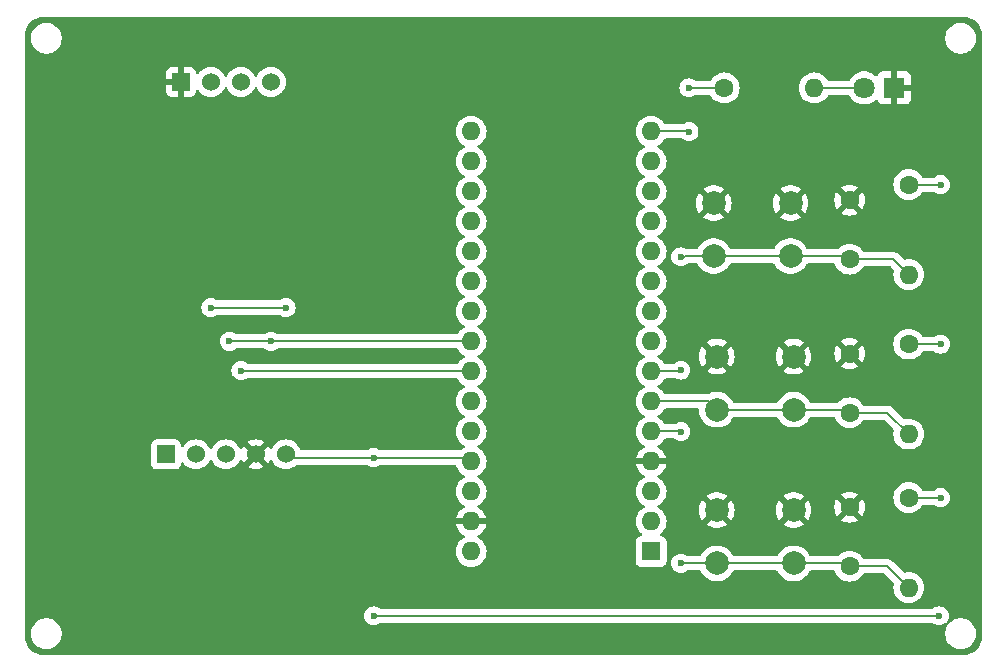
<source format=gtl>
G04 #@! TF.GenerationSoftware,KiCad,Pcbnew,8.0.7*
G04 #@! TF.CreationDate,2025-10-04T20:43:22+01:00*
G04 #@! TF.ProjectId,PulseOximeter,50756c73-654f-4786-996d-657465722e6b,rev?*
G04 #@! TF.SameCoordinates,Original*
G04 #@! TF.FileFunction,Copper,L1,Top*
G04 #@! TF.FilePolarity,Positive*
%FSLAX46Y46*%
G04 Gerber Fmt 4.6, Leading zero omitted, Abs format (unit mm)*
G04 Created by KiCad (PCBNEW 8.0.7) date 2025-10-04 20:43:22*
%MOMM*%
%LPD*%
G01*
G04 APERTURE LIST*
G04 #@! TA.AperFunction,ComponentPad*
%ADD10R,1.524000X1.524000*%
G04 #@! TD*
G04 #@! TA.AperFunction,ComponentPad*
%ADD11C,1.524000*%
G04 #@! TD*
G04 #@! TA.AperFunction,ComponentPad*
%ADD12C,1.600000*%
G04 #@! TD*
G04 #@! TA.AperFunction,ComponentPad*
%ADD13O,1.600000X1.600000*%
G04 #@! TD*
G04 #@! TA.AperFunction,ComponentPad*
%ADD14C,2.000000*%
G04 #@! TD*
G04 #@! TA.AperFunction,ComponentPad*
%ADD15R,1.800000X1.800000*%
G04 #@! TD*
G04 #@! TA.AperFunction,ComponentPad*
%ADD16C,1.800000*%
G04 #@! TD*
G04 #@! TA.AperFunction,ComponentPad*
%ADD17R,1.600000X1.600000*%
G04 #@! TD*
G04 #@! TA.AperFunction,ViaPad*
%ADD18C,0.600000*%
G04 #@! TD*
G04 #@! TA.AperFunction,Conductor*
%ADD19C,0.200000*%
G04 #@! TD*
G04 APERTURE END LIST*
D10*
X100420000Y-110530000D03*
D11*
X102960000Y-110530000D03*
X105500000Y-110530000D03*
X108040000Y-110530000D03*
X110580000Y-110530000D03*
D12*
X163310000Y-87690000D03*
D13*
X163310000Y-95310000D03*
D14*
X147060000Y-115250000D03*
X153560000Y-115250000D03*
X147060000Y-119750000D03*
X153560000Y-119750000D03*
D12*
X163310000Y-101190000D03*
D13*
X163310000Y-108810000D03*
D12*
X158310000Y-94000000D03*
X158310000Y-89000000D03*
X158310000Y-120000000D03*
X158310000Y-115000000D03*
D14*
X146800000Y-89250000D03*
X153300000Y-89250000D03*
X146800000Y-93750000D03*
X153300000Y-93750000D03*
D12*
X147690000Y-79500000D03*
D13*
X155310000Y-79500000D03*
D12*
X158310000Y-107000000D03*
X158310000Y-102000000D03*
D10*
X101690000Y-79000000D03*
D11*
X104230000Y-79000000D03*
X106770000Y-79000000D03*
X109310000Y-79000000D03*
D15*
X162080000Y-79500000D03*
D16*
X159540000Y-79500000D03*
D14*
X147060000Y-102250000D03*
X153560000Y-102250000D03*
X147060000Y-106750000D03*
X153560000Y-106750000D03*
D17*
X141500000Y-118740000D03*
D13*
X141500000Y-116200000D03*
X141500000Y-113660000D03*
X141500000Y-111120000D03*
X141500000Y-108580000D03*
X141500000Y-106040000D03*
X141500000Y-103500000D03*
X141500000Y-100960000D03*
X141500000Y-98420000D03*
X141500000Y-95880000D03*
X141500000Y-93340000D03*
X141500000Y-90800000D03*
X141500000Y-88260000D03*
X141500000Y-85720000D03*
X141500000Y-83180000D03*
X126260000Y-83180000D03*
X126260000Y-85720000D03*
X126260000Y-88260000D03*
X126260000Y-90800000D03*
X126260000Y-93340000D03*
X126260000Y-95880000D03*
X126260000Y-98420000D03*
X126260000Y-100960000D03*
X126260000Y-103500000D03*
X126260000Y-106040000D03*
X126260000Y-108580000D03*
X126260000Y-111120000D03*
X126260000Y-113660000D03*
X126260000Y-116200000D03*
X126260000Y-118740000D03*
D12*
X163310000Y-114190000D03*
D13*
X163310000Y-121810000D03*
D18*
X166000000Y-101200000D03*
X118000000Y-110800000D03*
X118000000Y-124200000D03*
X110600000Y-98100000D03*
X166000000Y-114200000D03*
X165900000Y-124200000D03*
X166000000Y-87700000D03*
X104230000Y-98100000D03*
X106770000Y-103430000D03*
X144000000Y-103400000D03*
X144000000Y-93800000D03*
X109310000Y-100950000D03*
X105800000Y-100960000D03*
X144700000Y-79500000D03*
X144700000Y-83200000D03*
X144000000Y-108600000D03*
X144000000Y-119750000D03*
D19*
X161500000Y-107000000D02*
X163310000Y-108810000D01*
X141500000Y-106040000D02*
X146350000Y-106040000D01*
X158310000Y-107000000D02*
X161500000Y-107000000D01*
X146350000Y-106040000D02*
X147060000Y-106750000D01*
X158060000Y-106750000D02*
X158310000Y-107000000D01*
X153560000Y-106750000D02*
X158060000Y-106750000D01*
X147060000Y-106750000D02*
X153560000Y-106750000D01*
X110580000Y-110530000D02*
X110850000Y-110800000D01*
X118000000Y-110800000D02*
X125940000Y-110800000D01*
X125940000Y-110800000D02*
X126260000Y-111120000D01*
X165990000Y-101190000D02*
X163310000Y-101190000D01*
X110850000Y-110800000D02*
X118000000Y-110800000D01*
X104230000Y-98100000D02*
X110600000Y-98100000D01*
X163310000Y-87690000D02*
X165990000Y-87690000D01*
X166000000Y-101200000D02*
X165990000Y-101190000D01*
X166000000Y-114200000D02*
X165990000Y-114190000D01*
X165900000Y-124200000D02*
X118000000Y-124200000D01*
X165990000Y-87690000D02*
X166000000Y-87700000D01*
X165990000Y-114190000D02*
X163310000Y-114190000D01*
X106770000Y-103430000D02*
X106840000Y-103500000D01*
X106840000Y-103500000D02*
X126260000Y-103500000D01*
X141500000Y-103500000D02*
X143900000Y-103500000D01*
X158060000Y-93750000D02*
X158310000Y-94000000D01*
X162000000Y-94000000D02*
X163310000Y-95310000D01*
X146800000Y-93750000D02*
X153300000Y-93750000D01*
X144000000Y-93800000D02*
X144300000Y-93800000D01*
X143900000Y-103500000D02*
X144000000Y-103400000D01*
X144300000Y-93800000D02*
X144350000Y-93750000D01*
X158310000Y-94000000D02*
X162000000Y-94000000D01*
X153300000Y-93750000D02*
X158060000Y-93750000D01*
X144350000Y-93750000D02*
X146800000Y-93750000D01*
X109310000Y-100950000D02*
X109320000Y-100960000D01*
X109300000Y-100960000D02*
X109310000Y-100950000D01*
X109320000Y-100960000D02*
X126260000Y-100960000D01*
X105800000Y-100960000D02*
X109300000Y-100960000D01*
X144700000Y-79500000D02*
X147690000Y-79500000D01*
X141500000Y-83180000D02*
X144680000Y-83180000D01*
X144680000Y-83180000D02*
X144700000Y-83200000D01*
X153560000Y-119750000D02*
X158060000Y-119750000D01*
X158060000Y-119750000D02*
X158310000Y-120000000D01*
X144000000Y-119750000D02*
X147060000Y-119750000D01*
X158310000Y-120000000D02*
X161500000Y-120000000D01*
X161500000Y-120000000D02*
X163310000Y-121810000D01*
X147060000Y-119750000D02*
X153560000Y-119750000D01*
X141500000Y-108580000D02*
X143980000Y-108580000D01*
X143980000Y-108580000D02*
X144000000Y-108600000D01*
X155310000Y-79500000D02*
X159540000Y-79500000D01*
G04 #@! TA.AperFunction,Conductor*
G36*
X168004418Y-73500816D02*
G01*
X168204561Y-73515130D01*
X168222063Y-73517647D01*
X168413797Y-73559355D01*
X168430755Y-73564334D01*
X168614609Y-73632909D01*
X168630701Y-73640259D01*
X168802904Y-73734288D01*
X168817784Y-73743849D01*
X168974867Y-73861441D01*
X168988237Y-73873027D01*
X169126972Y-74011762D01*
X169138558Y-74025132D01*
X169256146Y-74182210D01*
X169265711Y-74197095D01*
X169359740Y-74369298D01*
X169367090Y-74385390D01*
X169435662Y-74569236D01*
X169440646Y-74586212D01*
X169482351Y-74777931D01*
X169484869Y-74795442D01*
X169499184Y-74995580D01*
X169499500Y-75004427D01*
X169499500Y-125995572D01*
X169499184Y-126004419D01*
X169484869Y-126204557D01*
X169482351Y-126222068D01*
X169440646Y-126413787D01*
X169435662Y-126430763D01*
X169367090Y-126614609D01*
X169359740Y-126630701D01*
X169265711Y-126802904D01*
X169256146Y-126817789D01*
X169138558Y-126974867D01*
X169126972Y-126988237D01*
X168988237Y-127126972D01*
X168974867Y-127138558D01*
X168817789Y-127256146D01*
X168802904Y-127265711D01*
X168630701Y-127359740D01*
X168614609Y-127367090D01*
X168430763Y-127435662D01*
X168413787Y-127440646D01*
X168222068Y-127482351D01*
X168204557Y-127484869D01*
X168023779Y-127497799D01*
X168004417Y-127499184D01*
X167995572Y-127499500D01*
X90004428Y-127499500D01*
X89995582Y-127499184D01*
X89973622Y-127497613D01*
X89795442Y-127484869D01*
X89777931Y-127482351D01*
X89586212Y-127440646D01*
X89569236Y-127435662D01*
X89385390Y-127367090D01*
X89369298Y-127359740D01*
X89197095Y-127265711D01*
X89182210Y-127256146D01*
X89025132Y-127138558D01*
X89011762Y-127126972D01*
X88873027Y-126988237D01*
X88861441Y-126974867D01*
X88743849Y-126817784D01*
X88734288Y-126802904D01*
X88640259Y-126630701D01*
X88632909Y-126614609D01*
X88564334Y-126430755D01*
X88559355Y-126413797D01*
X88517647Y-126222063D01*
X88515130Y-126204556D01*
X88514748Y-126199219D01*
X88500816Y-126004418D01*
X88500500Y-125995572D01*
X88500500Y-125597648D01*
X88999500Y-125597648D01*
X88999500Y-125802351D01*
X89031522Y-126004534D01*
X89094781Y-126199223D01*
X89187715Y-126381613D01*
X89308028Y-126547213D01*
X89452786Y-126691971D01*
X89605475Y-126802904D01*
X89618390Y-126812287D01*
X89734607Y-126871503D01*
X89800776Y-126905218D01*
X89800778Y-126905218D01*
X89800781Y-126905220D01*
X89905137Y-126939127D01*
X89995465Y-126968477D01*
X90035810Y-126974867D01*
X90197648Y-127000500D01*
X90197649Y-127000500D01*
X90402351Y-127000500D01*
X90402352Y-127000500D01*
X90604534Y-126968477D01*
X90799219Y-126905220D01*
X90981610Y-126812287D01*
X91074590Y-126744732D01*
X91147213Y-126691971D01*
X91147215Y-126691968D01*
X91147219Y-126691966D01*
X91291966Y-126547219D01*
X91291968Y-126547215D01*
X91291971Y-126547213D01*
X91361472Y-126451551D01*
X91412287Y-126381610D01*
X91505220Y-126199219D01*
X91568477Y-126004534D01*
X91600500Y-125802352D01*
X91600500Y-125597648D01*
X166399500Y-125597648D01*
X166399500Y-125802351D01*
X166431522Y-126004534D01*
X166494781Y-126199223D01*
X166587715Y-126381613D01*
X166708028Y-126547213D01*
X166852786Y-126691971D01*
X167005475Y-126802904D01*
X167018390Y-126812287D01*
X167134607Y-126871503D01*
X167200776Y-126905218D01*
X167200778Y-126905218D01*
X167200781Y-126905220D01*
X167305137Y-126939127D01*
X167395465Y-126968477D01*
X167435810Y-126974867D01*
X167597648Y-127000500D01*
X167597649Y-127000500D01*
X167802351Y-127000500D01*
X167802352Y-127000500D01*
X168004534Y-126968477D01*
X168199219Y-126905220D01*
X168381610Y-126812287D01*
X168474590Y-126744732D01*
X168547213Y-126691971D01*
X168547215Y-126691968D01*
X168547219Y-126691966D01*
X168691966Y-126547219D01*
X168691968Y-126547215D01*
X168691971Y-126547213D01*
X168761472Y-126451551D01*
X168812287Y-126381610D01*
X168905220Y-126199219D01*
X168968477Y-126004534D01*
X169000500Y-125802352D01*
X169000500Y-125597648D01*
X168968477Y-125395466D01*
X168905220Y-125200781D01*
X168905218Y-125200778D01*
X168905218Y-125200776D01*
X168871503Y-125134607D01*
X168812287Y-125018390D01*
X168788296Y-124985369D01*
X168691971Y-124852786D01*
X168547213Y-124708028D01*
X168381613Y-124587715D01*
X168381612Y-124587714D01*
X168381610Y-124587713D01*
X168306656Y-124549522D01*
X168199223Y-124494781D01*
X168004534Y-124431522D01*
X167829995Y-124403878D01*
X167802352Y-124399500D01*
X167597648Y-124399500D01*
X167573329Y-124403351D01*
X167395465Y-124431522D01*
X167200776Y-124494781D01*
X167018386Y-124587715D01*
X166852788Y-124708027D01*
X166752230Y-124808585D01*
X166690907Y-124842069D01*
X166677811Y-124841132D01*
X166678717Y-124843559D01*
X166663866Y-124911832D01*
X166655352Y-124925290D01*
X166587714Y-125018387D01*
X166494781Y-125200776D01*
X166431522Y-125395465D01*
X166399500Y-125597648D01*
X91600500Y-125597648D01*
X91568477Y-125395466D01*
X91505220Y-125200781D01*
X91505218Y-125200778D01*
X91505218Y-125200776D01*
X91471503Y-125134607D01*
X91412287Y-125018390D01*
X91388296Y-124985369D01*
X91291971Y-124852786D01*
X91147213Y-124708028D01*
X90981613Y-124587715D01*
X90981612Y-124587714D01*
X90981610Y-124587713D01*
X90906656Y-124549522D01*
X90799223Y-124494781D01*
X90604534Y-124431522D01*
X90429995Y-124403878D01*
X90402352Y-124399500D01*
X90197648Y-124399500D01*
X90173329Y-124403351D01*
X89995465Y-124431522D01*
X89800776Y-124494781D01*
X89618386Y-124587715D01*
X89452786Y-124708028D01*
X89308028Y-124852786D01*
X89187715Y-125018386D01*
X89094781Y-125200776D01*
X89031522Y-125395465D01*
X88999500Y-125597648D01*
X88500500Y-125597648D01*
X88500500Y-124199996D01*
X117194435Y-124199996D01*
X117194435Y-124200003D01*
X117214630Y-124379249D01*
X117214631Y-124379254D01*
X117274211Y-124549523D01*
X117274212Y-124549524D01*
X117370184Y-124702262D01*
X117497738Y-124829816D01*
X117517239Y-124842069D01*
X117649683Y-124925290D01*
X117650478Y-124925789D01*
X117820745Y-124985368D01*
X117820750Y-124985369D01*
X117999996Y-125005565D01*
X118000000Y-125005565D01*
X118000004Y-125005565D01*
X118179249Y-124985369D01*
X118179252Y-124985368D01*
X118179255Y-124985368D01*
X118349522Y-124925789D01*
X118502262Y-124829816D01*
X118502267Y-124829810D01*
X118505097Y-124827555D01*
X118507275Y-124826665D01*
X118508158Y-124826111D01*
X118508255Y-124826265D01*
X118569783Y-124801145D01*
X118582412Y-124800500D01*
X165317588Y-124800500D01*
X165384627Y-124820185D01*
X165394903Y-124827555D01*
X165397736Y-124829814D01*
X165397738Y-124829816D01*
X165434287Y-124852781D01*
X165549683Y-124925290D01*
X165550478Y-124925789D01*
X165720745Y-124985368D01*
X165720750Y-124985369D01*
X165899996Y-125005565D01*
X165900000Y-125005565D01*
X165900004Y-125005565D01*
X166079249Y-124985369D01*
X166079252Y-124985368D01*
X166079255Y-124985368D01*
X166249522Y-124925789D01*
X166402262Y-124829816D01*
X166467355Y-124764722D01*
X166528674Y-124731240D01*
X166541770Y-124732176D01*
X166540865Y-124729748D01*
X166555717Y-124661476D01*
X166559546Y-124654946D01*
X166625789Y-124549522D01*
X166685368Y-124379255D01*
X166705565Y-124200000D01*
X166685368Y-124020745D01*
X166625789Y-123850478D01*
X166529816Y-123697738D01*
X166402262Y-123570184D01*
X166249523Y-123474211D01*
X166079254Y-123414631D01*
X166079249Y-123414630D01*
X165900004Y-123394435D01*
X165899996Y-123394435D01*
X165720750Y-123414630D01*
X165720745Y-123414631D01*
X165550476Y-123474211D01*
X165397736Y-123570185D01*
X165394903Y-123572445D01*
X165392724Y-123573334D01*
X165391842Y-123573889D01*
X165391744Y-123573734D01*
X165330217Y-123598855D01*
X165317588Y-123599500D01*
X118582412Y-123599500D01*
X118515373Y-123579815D01*
X118505097Y-123572445D01*
X118502263Y-123570185D01*
X118502262Y-123570184D01*
X118445496Y-123534515D01*
X118349523Y-123474211D01*
X118179254Y-123414631D01*
X118179249Y-123414630D01*
X118000004Y-123394435D01*
X117999996Y-123394435D01*
X117820750Y-123414630D01*
X117820745Y-123414631D01*
X117650476Y-123474211D01*
X117497737Y-123570184D01*
X117370184Y-123697737D01*
X117274211Y-123850476D01*
X117214631Y-124020745D01*
X117214630Y-124020750D01*
X117194435Y-124199996D01*
X88500500Y-124199996D01*
X88500500Y-109720135D01*
X99157500Y-109720135D01*
X99157500Y-111339870D01*
X99157501Y-111339876D01*
X99163908Y-111399483D01*
X99214202Y-111534328D01*
X99214206Y-111534335D01*
X99300452Y-111649544D01*
X99300455Y-111649547D01*
X99415664Y-111735793D01*
X99415671Y-111735797D01*
X99550517Y-111786091D01*
X99550516Y-111786091D01*
X99557444Y-111786835D01*
X99610127Y-111792500D01*
X101229872Y-111792499D01*
X101289483Y-111786091D01*
X101424331Y-111735796D01*
X101539546Y-111649546D01*
X101625796Y-111534331D01*
X101676091Y-111399483D01*
X101682500Y-111339873D01*
X101682499Y-111299920D01*
X101702182Y-111232884D01*
X101754985Y-111187128D01*
X101824143Y-111177183D01*
X101887700Y-111206206D01*
X101908073Y-111228796D01*
X101989174Y-111344620D01*
X101989175Y-111344621D01*
X102145378Y-111500824D01*
X102145384Y-111500829D01*
X102326333Y-111627531D01*
X102326335Y-111627532D01*
X102326338Y-111627534D01*
X102526550Y-111720894D01*
X102739932Y-111778070D01*
X102897123Y-111791822D01*
X102959998Y-111797323D01*
X102960000Y-111797323D01*
X102960002Y-111797323D01*
X103015151Y-111792498D01*
X103180068Y-111778070D01*
X103393450Y-111720894D01*
X103593662Y-111627534D01*
X103774620Y-111500826D01*
X103930826Y-111344620D01*
X104057534Y-111163662D01*
X104117618Y-111034811D01*
X104163790Y-110982371D01*
X104230983Y-110963219D01*
X104297865Y-110983435D01*
X104342382Y-111034811D01*
X104402464Y-111163658D01*
X104402468Y-111163666D01*
X104529170Y-111344615D01*
X104529175Y-111344621D01*
X104685378Y-111500824D01*
X104685384Y-111500829D01*
X104866333Y-111627531D01*
X104866335Y-111627532D01*
X104866338Y-111627534D01*
X105066550Y-111720894D01*
X105279932Y-111778070D01*
X105437123Y-111791822D01*
X105499998Y-111797323D01*
X105500000Y-111797323D01*
X105500002Y-111797323D01*
X105555151Y-111792498D01*
X105720068Y-111778070D01*
X105933450Y-111720894D01*
X106133662Y-111627534D01*
X106314620Y-111500826D01*
X106470826Y-111344620D01*
X106597534Y-111163662D01*
X106657894Y-111034218D01*
X106704066Y-110981779D01*
X106771259Y-110962627D01*
X106838141Y-110982843D01*
X106882658Y-111034219D01*
X106942898Y-111163405D01*
X106942901Y-111163411D01*
X106988258Y-111228187D01*
X106988258Y-111228188D01*
X107659000Y-110557446D01*
X107659000Y-110580160D01*
X107684964Y-110677061D01*
X107735124Y-110763940D01*
X107806060Y-110834876D01*
X107892939Y-110885036D01*
X107989840Y-110911000D01*
X108012553Y-110911000D01*
X107341810Y-111581740D01*
X107406590Y-111627099D01*
X107406592Y-111627100D01*
X107606715Y-111720419D01*
X107606729Y-111720424D01*
X107820013Y-111777573D01*
X107820023Y-111777575D01*
X108039999Y-111796821D01*
X108040001Y-111796821D01*
X108259976Y-111777575D01*
X108259986Y-111777573D01*
X108473270Y-111720424D01*
X108473284Y-111720419D01*
X108673407Y-111627100D01*
X108673417Y-111627094D01*
X108738188Y-111581741D01*
X108067448Y-110911000D01*
X108090160Y-110911000D01*
X108187061Y-110885036D01*
X108273940Y-110834876D01*
X108344876Y-110763940D01*
X108395036Y-110677061D01*
X108421000Y-110580160D01*
X108421000Y-110557447D01*
X109091741Y-111228188D01*
X109137094Y-111163417D01*
X109137095Y-111163416D01*
X109197340Y-111034219D01*
X109243512Y-110981780D01*
X109310706Y-110962627D01*
X109377587Y-110982842D01*
X109422105Y-111034218D01*
X109482466Y-111163662D01*
X109482468Y-111163666D01*
X109609170Y-111344615D01*
X109609175Y-111344621D01*
X109765378Y-111500824D01*
X109765384Y-111500829D01*
X109946333Y-111627531D01*
X109946335Y-111627532D01*
X109946338Y-111627534D01*
X110146550Y-111720894D01*
X110359932Y-111778070D01*
X110517123Y-111791822D01*
X110579998Y-111797323D01*
X110580000Y-111797323D01*
X110580002Y-111797323D01*
X110635151Y-111792498D01*
X110800068Y-111778070D01*
X111013450Y-111720894D01*
X111213662Y-111627534D01*
X111394620Y-111500826D01*
X111458627Y-111436819D01*
X111519950Y-111403334D01*
X111546308Y-111400500D01*
X117417588Y-111400500D01*
X117484627Y-111420185D01*
X117494903Y-111427555D01*
X117497736Y-111429814D01*
X117497738Y-111429816D01*
X117650478Y-111525789D01*
X117766326Y-111566326D01*
X117820745Y-111585368D01*
X117820750Y-111585369D01*
X117999996Y-111605565D01*
X118000000Y-111605565D01*
X118000004Y-111605565D01*
X118179249Y-111585369D01*
X118179252Y-111585368D01*
X118179255Y-111585368D01*
X118349522Y-111525789D01*
X118502262Y-111429816D01*
X118502267Y-111429810D01*
X118505097Y-111427555D01*
X118507275Y-111426665D01*
X118508158Y-111426111D01*
X118508255Y-111426265D01*
X118569783Y-111401145D01*
X118582412Y-111400500D01*
X124893634Y-111400500D01*
X124960673Y-111420185D01*
X125006428Y-111472989D01*
X125013409Y-111492407D01*
X125033258Y-111566488D01*
X125033261Y-111566497D01*
X125129431Y-111772732D01*
X125129432Y-111772734D01*
X125259954Y-111959141D01*
X125420858Y-112120045D01*
X125420861Y-112120047D01*
X125607266Y-112250568D01*
X125664681Y-112277341D01*
X125665275Y-112277618D01*
X125717714Y-112323791D01*
X125736866Y-112390984D01*
X125716650Y-112457865D01*
X125665275Y-112502382D01*
X125607267Y-112529431D01*
X125607265Y-112529432D01*
X125420858Y-112659954D01*
X125259954Y-112820858D01*
X125129432Y-113007265D01*
X125129431Y-113007267D01*
X125033261Y-113213502D01*
X125033258Y-113213511D01*
X124974366Y-113433302D01*
X124974364Y-113433313D01*
X124954532Y-113659998D01*
X124954532Y-113660001D01*
X124974364Y-113886686D01*
X124974366Y-113886697D01*
X125033258Y-114106488D01*
X125033261Y-114106497D01*
X125129431Y-114312732D01*
X125129432Y-114312734D01*
X125259954Y-114499141D01*
X125420858Y-114660045D01*
X125420861Y-114660047D01*
X125607266Y-114790568D01*
X125665865Y-114817893D01*
X125718305Y-114864065D01*
X125737457Y-114931258D01*
X125717242Y-114998139D01*
X125665867Y-115042657D01*
X125607515Y-115069867D01*
X125421179Y-115200342D01*
X125260342Y-115361179D01*
X125129865Y-115547517D01*
X125033734Y-115753673D01*
X125033730Y-115753682D01*
X124981127Y-115949999D01*
X124981128Y-115950000D01*
X125826988Y-115950000D01*
X125794075Y-116007007D01*
X125760000Y-116134174D01*
X125760000Y-116265826D01*
X125794075Y-116392993D01*
X125826988Y-116450000D01*
X124981128Y-116450000D01*
X125033730Y-116646317D01*
X125033734Y-116646326D01*
X125129865Y-116852482D01*
X125260342Y-117038820D01*
X125421179Y-117199657D01*
X125607518Y-117330134D01*
X125607520Y-117330135D01*
X125665865Y-117357342D01*
X125718305Y-117403514D01*
X125737457Y-117470707D01*
X125717242Y-117537589D01*
X125665867Y-117582105D01*
X125607268Y-117609431D01*
X125607264Y-117609433D01*
X125420858Y-117739954D01*
X125259954Y-117900858D01*
X125129432Y-118087265D01*
X125129431Y-118087267D01*
X125033261Y-118293502D01*
X125033258Y-118293511D01*
X124974366Y-118513302D01*
X124974364Y-118513313D01*
X124954532Y-118739998D01*
X124954532Y-118740001D01*
X124974364Y-118966686D01*
X124974366Y-118966697D01*
X125033258Y-119186488D01*
X125033261Y-119186497D01*
X125129431Y-119392732D01*
X125129432Y-119392734D01*
X125259954Y-119579141D01*
X125420858Y-119740045D01*
X125420861Y-119740047D01*
X125607266Y-119870568D01*
X125813504Y-119966739D01*
X126033308Y-120025635D01*
X126195230Y-120039801D01*
X126259998Y-120045468D01*
X126260000Y-120045468D01*
X126260002Y-120045468D01*
X126316807Y-120040498D01*
X126486692Y-120025635D01*
X126706496Y-119966739D01*
X126912734Y-119870568D01*
X127099139Y-119740047D01*
X127260047Y-119579139D01*
X127390568Y-119392734D01*
X127486739Y-119186496D01*
X127545635Y-118966692D01*
X127565468Y-118740000D01*
X127545635Y-118513308D01*
X127486739Y-118293504D01*
X127390568Y-118087266D01*
X127260047Y-117900861D01*
X127260045Y-117900858D01*
X127099141Y-117739954D01*
X126912734Y-117609432D01*
X126912732Y-117609431D01*
X126901275Y-117604088D01*
X126854132Y-117582105D01*
X126801694Y-117535934D01*
X126782542Y-117468740D01*
X126802758Y-117401859D01*
X126854134Y-117357341D01*
X126912484Y-117330132D01*
X127098820Y-117199657D01*
X127259657Y-117038820D01*
X127390134Y-116852482D01*
X127486265Y-116646326D01*
X127486269Y-116646317D01*
X127538872Y-116450000D01*
X126693012Y-116450000D01*
X126725925Y-116392993D01*
X126760000Y-116265826D01*
X126760000Y-116134174D01*
X126725925Y-116007007D01*
X126693012Y-115950000D01*
X127538872Y-115950000D01*
X127538872Y-115949999D01*
X127486269Y-115753682D01*
X127486265Y-115753673D01*
X127390134Y-115547517D01*
X127259657Y-115361179D01*
X127098820Y-115200342D01*
X126912482Y-115069865D01*
X126854133Y-115042657D01*
X126801694Y-114996484D01*
X126782542Y-114929291D01*
X126802758Y-114862410D01*
X126854129Y-114817895D01*
X126912734Y-114790568D01*
X127099139Y-114660047D01*
X127260047Y-114499139D01*
X127390568Y-114312734D01*
X127486739Y-114106496D01*
X127545635Y-113886692D01*
X127565468Y-113660000D01*
X127545635Y-113433308D01*
X127486739Y-113213504D01*
X127390568Y-113007266D01*
X127260047Y-112820861D01*
X127260045Y-112820858D01*
X127099141Y-112659954D01*
X126912734Y-112529432D01*
X126912728Y-112529429D01*
X126854725Y-112502382D01*
X126802285Y-112456210D01*
X126783133Y-112389017D01*
X126803348Y-112322135D01*
X126854725Y-112277618D01*
X126855319Y-112277341D01*
X126912734Y-112250568D01*
X127099139Y-112120047D01*
X127260047Y-111959139D01*
X127390568Y-111772734D01*
X127486739Y-111566496D01*
X127545635Y-111346692D01*
X127565468Y-111120000D01*
X127545635Y-110893308D01*
X127486739Y-110673504D01*
X127390568Y-110467266D01*
X127260047Y-110280861D01*
X127260045Y-110280858D01*
X127099141Y-110119954D01*
X126912734Y-109989432D01*
X126912728Y-109989429D01*
X126854725Y-109962382D01*
X126802285Y-109916210D01*
X126783133Y-109849017D01*
X126803348Y-109782135D01*
X126854725Y-109737618D01*
X126912734Y-109710568D01*
X127099139Y-109580047D01*
X127260047Y-109419139D01*
X127390568Y-109232734D01*
X127486739Y-109026496D01*
X127545635Y-108806692D01*
X127565468Y-108580000D01*
X127545635Y-108353308D01*
X127486739Y-108133504D01*
X127390568Y-107927266D01*
X127260047Y-107740861D01*
X127260045Y-107740858D01*
X127099141Y-107579954D01*
X126912734Y-107449432D01*
X126912728Y-107449429D01*
X126885038Y-107436517D01*
X126854724Y-107422381D01*
X126802285Y-107376210D01*
X126783133Y-107309017D01*
X126803348Y-107242135D01*
X126854725Y-107197618D01*
X126912734Y-107170568D01*
X127099139Y-107040047D01*
X127260047Y-106879139D01*
X127390568Y-106692734D01*
X127486739Y-106486496D01*
X127545635Y-106266692D01*
X127565468Y-106040000D01*
X127545635Y-105813308D01*
X127486739Y-105593504D01*
X127390568Y-105387266D01*
X127260047Y-105200861D01*
X127260045Y-105200858D01*
X127099141Y-105039954D01*
X126912734Y-104909432D01*
X126912728Y-104909429D01*
X126854725Y-104882382D01*
X126802285Y-104836210D01*
X126783133Y-104769017D01*
X126803348Y-104702135D01*
X126854725Y-104657618D01*
X126912734Y-104630568D01*
X127099139Y-104500047D01*
X127260047Y-104339139D01*
X127390568Y-104152734D01*
X127486739Y-103946496D01*
X127545635Y-103726692D01*
X127565468Y-103500000D01*
X127545635Y-103273308D01*
X127486739Y-103053504D01*
X127390568Y-102847266D01*
X127260047Y-102660861D01*
X127260045Y-102660858D01*
X127099141Y-102499954D01*
X126912734Y-102369432D01*
X126912728Y-102369429D01*
X126854725Y-102342382D01*
X126802285Y-102296210D01*
X126783133Y-102229017D01*
X126803348Y-102162135D01*
X126854725Y-102117618D01*
X126912734Y-102090568D01*
X127099139Y-101960047D01*
X127260047Y-101799139D01*
X127390568Y-101612734D01*
X127486739Y-101406496D01*
X127545635Y-101186692D01*
X127565468Y-100960000D01*
X127545635Y-100733308D01*
X127486739Y-100513504D01*
X127390568Y-100307266D01*
X127260047Y-100120861D01*
X127260045Y-100120858D01*
X127099141Y-99959954D01*
X126912734Y-99829432D01*
X126912728Y-99829429D01*
X126854725Y-99802382D01*
X126802285Y-99756210D01*
X126783133Y-99689017D01*
X126803348Y-99622135D01*
X126854725Y-99577618D01*
X126912734Y-99550568D01*
X127099139Y-99420047D01*
X127260047Y-99259139D01*
X127390568Y-99072734D01*
X127486739Y-98866496D01*
X127545635Y-98646692D01*
X127565468Y-98420000D01*
X127545635Y-98193308D01*
X127486739Y-97973504D01*
X127390568Y-97767266D01*
X127260047Y-97580861D01*
X127260045Y-97580858D01*
X127099141Y-97419954D01*
X126912734Y-97289432D01*
X126912728Y-97289429D01*
X126854725Y-97262382D01*
X126802285Y-97216210D01*
X126783133Y-97149017D01*
X126803348Y-97082135D01*
X126854725Y-97037618D01*
X126912734Y-97010568D01*
X127099139Y-96880047D01*
X127260047Y-96719139D01*
X127390568Y-96532734D01*
X127486739Y-96326496D01*
X127545635Y-96106692D01*
X127565468Y-95880000D01*
X127545635Y-95653308D01*
X127486739Y-95433504D01*
X127390568Y-95227266D01*
X127260047Y-95040861D01*
X127260045Y-95040858D01*
X127099141Y-94879954D01*
X126912734Y-94749432D01*
X126912728Y-94749429D01*
X126854725Y-94722382D01*
X126802285Y-94676210D01*
X126783133Y-94609017D01*
X126803348Y-94542135D01*
X126854725Y-94497618D01*
X126912734Y-94470568D01*
X127099139Y-94340047D01*
X127260047Y-94179139D01*
X127390568Y-93992734D01*
X127486739Y-93786496D01*
X127545635Y-93566692D01*
X127565468Y-93340000D01*
X127561770Y-93297737D01*
X127548553Y-93146666D01*
X127545635Y-93113308D01*
X127486739Y-92893504D01*
X127390568Y-92687266D01*
X127260047Y-92500861D01*
X127260045Y-92500858D01*
X127099141Y-92339954D01*
X126912734Y-92209432D01*
X126912728Y-92209429D01*
X126854725Y-92182382D01*
X126802285Y-92136210D01*
X126783133Y-92069017D01*
X126803348Y-92002135D01*
X126854725Y-91957618D01*
X126912734Y-91930568D01*
X127099139Y-91800047D01*
X127260047Y-91639139D01*
X127390568Y-91452734D01*
X127486739Y-91246496D01*
X127545635Y-91026692D01*
X127565468Y-90800000D01*
X127545635Y-90573308D01*
X127486739Y-90353504D01*
X127390568Y-90147266D01*
X127260047Y-89960861D01*
X127260045Y-89960858D01*
X127099141Y-89799954D01*
X126912734Y-89669432D01*
X126912728Y-89669429D01*
X126854725Y-89642382D01*
X126802285Y-89596210D01*
X126783133Y-89529017D01*
X126803348Y-89462135D01*
X126854725Y-89417618D01*
X126912734Y-89390568D01*
X127099139Y-89260047D01*
X127260047Y-89099139D01*
X127390568Y-88912734D01*
X127486739Y-88706496D01*
X127545635Y-88486692D01*
X127565468Y-88260000D01*
X127545635Y-88033308D01*
X127486739Y-87813504D01*
X127390568Y-87607266D01*
X127260047Y-87420861D01*
X127260045Y-87420858D01*
X127099141Y-87259954D01*
X126912734Y-87129432D01*
X126912728Y-87129429D01*
X126854725Y-87102382D01*
X126802285Y-87056210D01*
X126783133Y-86989017D01*
X126803348Y-86922135D01*
X126854725Y-86877618D01*
X126912734Y-86850568D01*
X127099139Y-86720047D01*
X127260047Y-86559139D01*
X127390568Y-86372734D01*
X127486739Y-86166496D01*
X127545635Y-85946692D01*
X127565468Y-85720000D01*
X127545635Y-85493308D01*
X127486739Y-85273504D01*
X127390568Y-85067266D01*
X127260047Y-84880861D01*
X127260045Y-84880858D01*
X127099141Y-84719954D01*
X126912734Y-84589432D01*
X126912728Y-84589429D01*
X126854725Y-84562382D01*
X126802285Y-84516210D01*
X126783133Y-84449017D01*
X126803348Y-84382135D01*
X126854725Y-84337618D01*
X126912734Y-84310568D01*
X127099139Y-84180047D01*
X127260047Y-84019139D01*
X127390568Y-83832734D01*
X127486739Y-83626496D01*
X127545635Y-83406692D01*
X127565468Y-83180000D01*
X127565468Y-83179998D01*
X140194532Y-83179998D01*
X140194532Y-83180001D01*
X140214364Y-83406686D01*
X140214366Y-83406697D01*
X140273258Y-83626488D01*
X140273261Y-83626497D01*
X140369431Y-83832732D01*
X140369432Y-83832734D01*
X140499954Y-84019141D01*
X140660858Y-84180045D01*
X140660861Y-84180047D01*
X140847266Y-84310568D01*
X140905275Y-84337618D01*
X140957714Y-84383791D01*
X140976866Y-84450984D01*
X140956650Y-84517865D01*
X140905275Y-84562382D01*
X140847267Y-84589431D01*
X140847265Y-84589432D01*
X140660858Y-84719954D01*
X140499954Y-84880858D01*
X140369432Y-85067265D01*
X140369431Y-85067267D01*
X140273261Y-85273502D01*
X140273258Y-85273511D01*
X140214366Y-85493302D01*
X140214364Y-85493313D01*
X140194532Y-85719998D01*
X140194532Y-85720001D01*
X140214364Y-85946686D01*
X140214366Y-85946697D01*
X140273258Y-86166488D01*
X140273261Y-86166497D01*
X140369431Y-86372732D01*
X140369432Y-86372734D01*
X140499954Y-86559141D01*
X140660858Y-86720045D01*
X140660861Y-86720047D01*
X140847266Y-86850568D01*
X140905275Y-86877618D01*
X140957714Y-86923791D01*
X140976866Y-86990984D01*
X140956650Y-87057865D01*
X140905275Y-87102382D01*
X140847267Y-87129431D01*
X140847265Y-87129432D01*
X140660858Y-87259954D01*
X140499954Y-87420858D01*
X140369432Y-87607265D01*
X140369431Y-87607267D01*
X140273261Y-87813502D01*
X140273258Y-87813511D01*
X140214366Y-88033302D01*
X140214364Y-88033313D01*
X140194532Y-88259998D01*
X140194532Y-88260001D01*
X140214364Y-88486686D01*
X140214366Y-88486697D01*
X140273258Y-88706488D01*
X140273261Y-88706497D01*
X140369431Y-88912732D01*
X140369432Y-88912734D01*
X140499954Y-89099141D01*
X140660858Y-89260045D01*
X140660861Y-89260047D01*
X140847266Y-89390568D01*
X140905275Y-89417618D01*
X140957714Y-89463791D01*
X140976866Y-89530984D01*
X140956650Y-89597865D01*
X140905275Y-89642382D01*
X140847267Y-89669431D01*
X140847265Y-89669432D01*
X140660858Y-89799954D01*
X140499954Y-89960858D01*
X140369432Y-90147265D01*
X140369431Y-90147267D01*
X140273261Y-90353502D01*
X140273258Y-90353511D01*
X140214366Y-90573302D01*
X140214364Y-90573313D01*
X140194532Y-90799998D01*
X140194532Y-90800001D01*
X140214364Y-91026686D01*
X140214366Y-91026697D01*
X140273258Y-91246488D01*
X140273261Y-91246497D01*
X140369431Y-91452732D01*
X140369432Y-91452734D01*
X140499954Y-91639141D01*
X140660858Y-91800045D01*
X140660861Y-91800047D01*
X140847266Y-91930568D01*
X140905275Y-91957618D01*
X140957714Y-92003791D01*
X140976866Y-92070984D01*
X140956650Y-92137865D01*
X140905275Y-92182382D01*
X140847267Y-92209431D01*
X140847265Y-92209432D01*
X140660858Y-92339954D01*
X140499954Y-92500858D01*
X140369432Y-92687265D01*
X140369431Y-92687267D01*
X140273261Y-92893502D01*
X140273258Y-92893511D01*
X140214366Y-93113302D01*
X140214364Y-93113313D01*
X140194532Y-93339998D01*
X140194532Y-93340001D01*
X140214364Y-93566686D01*
X140214366Y-93566697D01*
X140273258Y-93786488D01*
X140273261Y-93786497D01*
X140369431Y-93992732D01*
X140369432Y-93992734D01*
X140499954Y-94179141D01*
X140660858Y-94340045D01*
X140679837Y-94353334D01*
X140847266Y-94470568D01*
X140905275Y-94497618D01*
X140957714Y-94543791D01*
X140976866Y-94610984D01*
X140956650Y-94677865D01*
X140905275Y-94722382D01*
X140847267Y-94749431D01*
X140847265Y-94749432D01*
X140660858Y-94879954D01*
X140499954Y-95040858D01*
X140369432Y-95227265D01*
X140369431Y-95227267D01*
X140273261Y-95433502D01*
X140273258Y-95433511D01*
X140214366Y-95653302D01*
X140214364Y-95653313D01*
X140194532Y-95879998D01*
X140194532Y-95880001D01*
X140214364Y-96106686D01*
X140214366Y-96106697D01*
X140273258Y-96326488D01*
X140273261Y-96326497D01*
X140369431Y-96532732D01*
X140369432Y-96532734D01*
X140499954Y-96719141D01*
X140660858Y-96880045D01*
X140660861Y-96880047D01*
X140847266Y-97010568D01*
X140905275Y-97037618D01*
X140957714Y-97083791D01*
X140976866Y-97150984D01*
X140956650Y-97217865D01*
X140905275Y-97262382D01*
X140847267Y-97289431D01*
X140847265Y-97289432D01*
X140660858Y-97419954D01*
X140499954Y-97580858D01*
X140369432Y-97767265D01*
X140369431Y-97767267D01*
X140273261Y-97973502D01*
X140273258Y-97973511D01*
X140214366Y-98193302D01*
X140214364Y-98193313D01*
X140194532Y-98419998D01*
X140194532Y-98420001D01*
X140214364Y-98646686D01*
X140214366Y-98646697D01*
X140273258Y-98866488D01*
X140273261Y-98866497D01*
X140369431Y-99072732D01*
X140369432Y-99072734D01*
X140499954Y-99259141D01*
X140660858Y-99420045D01*
X140660861Y-99420047D01*
X140847266Y-99550568D01*
X140905275Y-99577618D01*
X140957714Y-99623791D01*
X140976866Y-99690984D01*
X140956650Y-99757865D01*
X140905275Y-99802382D01*
X140847267Y-99829431D01*
X140847265Y-99829432D01*
X140660858Y-99959954D01*
X140499954Y-100120858D01*
X140369432Y-100307265D01*
X140369431Y-100307267D01*
X140273261Y-100513502D01*
X140273258Y-100513511D01*
X140214366Y-100733302D01*
X140214364Y-100733313D01*
X140194532Y-100959998D01*
X140194532Y-100960001D01*
X140214364Y-101186686D01*
X140214366Y-101186697D01*
X140273258Y-101406488D01*
X140273261Y-101406497D01*
X140369431Y-101612732D01*
X140369432Y-101612734D01*
X140499954Y-101799141D01*
X140660858Y-101960045D01*
X140660861Y-101960047D01*
X140847266Y-102090568D01*
X140905275Y-102117618D01*
X140957714Y-102163791D01*
X140976866Y-102230984D01*
X140956650Y-102297865D01*
X140905275Y-102342382D01*
X140847267Y-102369431D01*
X140847265Y-102369432D01*
X140660858Y-102499954D01*
X140499954Y-102660858D01*
X140369432Y-102847265D01*
X140369431Y-102847267D01*
X140273261Y-103053502D01*
X140273258Y-103053511D01*
X140214366Y-103273302D01*
X140214364Y-103273313D01*
X140194532Y-103499998D01*
X140194532Y-103500001D01*
X140214364Y-103726686D01*
X140214366Y-103726697D01*
X140273258Y-103946488D01*
X140273261Y-103946497D01*
X140369431Y-104152732D01*
X140369432Y-104152734D01*
X140499954Y-104339141D01*
X140660858Y-104500045D01*
X140660861Y-104500047D01*
X140847266Y-104630568D01*
X140905275Y-104657618D01*
X140957714Y-104703791D01*
X140976866Y-104770984D01*
X140956650Y-104837865D01*
X140905275Y-104882382D01*
X140847267Y-104909431D01*
X140847265Y-104909432D01*
X140660858Y-105039954D01*
X140499954Y-105200858D01*
X140369432Y-105387265D01*
X140369431Y-105387267D01*
X140273261Y-105593502D01*
X140273258Y-105593511D01*
X140214366Y-105813302D01*
X140214364Y-105813313D01*
X140194532Y-106039998D01*
X140194532Y-106040001D01*
X140214364Y-106266686D01*
X140214366Y-106266697D01*
X140273258Y-106486488D01*
X140273261Y-106486497D01*
X140369431Y-106692732D01*
X140369432Y-106692734D01*
X140499954Y-106879141D01*
X140660858Y-107040045D01*
X140660861Y-107040047D01*
X140847266Y-107170568D01*
X140905275Y-107197618D01*
X140957714Y-107243791D01*
X140976866Y-107310984D01*
X140956650Y-107377865D01*
X140905275Y-107422381D01*
X140888272Y-107430310D01*
X140847267Y-107449431D01*
X140847265Y-107449432D01*
X140660858Y-107579954D01*
X140499954Y-107740858D01*
X140369432Y-107927265D01*
X140369431Y-107927267D01*
X140273261Y-108133502D01*
X140273258Y-108133511D01*
X140214366Y-108353302D01*
X140214364Y-108353313D01*
X140194532Y-108579998D01*
X140194532Y-108580001D01*
X140214364Y-108806686D01*
X140214366Y-108806697D01*
X140273258Y-109026488D01*
X140273261Y-109026497D01*
X140369431Y-109232732D01*
X140369432Y-109232734D01*
X140499954Y-109419141D01*
X140660858Y-109580045D01*
X140660861Y-109580047D01*
X140847266Y-109710568D01*
X140905865Y-109737893D01*
X140958305Y-109784065D01*
X140977457Y-109851258D01*
X140957242Y-109918139D01*
X140905867Y-109962657D01*
X140847515Y-109989867D01*
X140661179Y-110120342D01*
X140500342Y-110281179D01*
X140369865Y-110467517D01*
X140273734Y-110673673D01*
X140273730Y-110673682D01*
X140221127Y-110869999D01*
X140221128Y-110870000D01*
X141066988Y-110870000D01*
X141034075Y-110927007D01*
X141000000Y-111054174D01*
X141000000Y-111185826D01*
X141034075Y-111312993D01*
X141066988Y-111370000D01*
X140221128Y-111370000D01*
X140273730Y-111566317D01*
X140273734Y-111566326D01*
X140369865Y-111772482D01*
X140500342Y-111958820D01*
X140661179Y-112119657D01*
X140847518Y-112250134D01*
X140847520Y-112250135D01*
X140905865Y-112277342D01*
X140958305Y-112323514D01*
X140977457Y-112390707D01*
X140957242Y-112457589D01*
X140905867Y-112502105D01*
X140847268Y-112529431D01*
X140847264Y-112529433D01*
X140660858Y-112659954D01*
X140499954Y-112820858D01*
X140369432Y-113007265D01*
X140369431Y-113007267D01*
X140273261Y-113213502D01*
X140273258Y-113213511D01*
X140214366Y-113433302D01*
X140214364Y-113433313D01*
X140194532Y-113659998D01*
X140194532Y-113660001D01*
X140214364Y-113886686D01*
X140214366Y-113886697D01*
X140273258Y-114106488D01*
X140273261Y-114106497D01*
X140369431Y-114312732D01*
X140369432Y-114312734D01*
X140499954Y-114499141D01*
X140660858Y-114660045D01*
X140660861Y-114660047D01*
X140847266Y-114790568D01*
X140889335Y-114810185D01*
X140905275Y-114817618D01*
X140957714Y-114863791D01*
X140976866Y-114930984D01*
X140956650Y-114997865D01*
X140905275Y-115042382D01*
X140847267Y-115069431D01*
X140847265Y-115069432D01*
X140660858Y-115199954D01*
X140499954Y-115360858D01*
X140369432Y-115547265D01*
X140369431Y-115547267D01*
X140273261Y-115753502D01*
X140273258Y-115753511D01*
X140214366Y-115973302D01*
X140214364Y-115973313D01*
X140194532Y-116199998D01*
X140194532Y-116200001D01*
X140214364Y-116426686D01*
X140214366Y-116426697D01*
X140273258Y-116646488D01*
X140273261Y-116646497D01*
X140369431Y-116852732D01*
X140369432Y-116852734D01*
X140499954Y-117039141D01*
X140660858Y-117200045D01*
X140685462Y-117217273D01*
X140729087Y-117271849D01*
X140736281Y-117341348D01*
X140704758Y-117403703D01*
X140644529Y-117439117D01*
X140627593Y-117442138D01*
X140592516Y-117445908D01*
X140457671Y-117496202D01*
X140457664Y-117496206D01*
X140342455Y-117582452D01*
X140342452Y-117582455D01*
X140256206Y-117697664D01*
X140256202Y-117697671D01*
X140205908Y-117832517D01*
X140199501Y-117892116D01*
X140199501Y-117892123D01*
X140199500Y-117892135D01*
X140199500Y-119587870D01*
X140199501Y-119587876D01*
X140205908Y-119647483D01*
X140256202Y-119782328D01*
X140256206Y-119782335D01*
X140342452Y-119897544D01*
X140342455Y-119897547D01*
X140457664Y-119983793D01*
X140457671Y-119983797D01*
X140592517Y-120034091D01*
X140592516Y-120034091D01*
X140599444Y-120034835D01*
X140652127Y-120040500D01*
X142347872Y-120040499D01*
X142407483Y-120034091D01*
X142542331Y-119983796D01*
X142657546Y-119897546D01*
X142743796Y-119782331D01*
X142755856Y-119749996D01*
X143194435Y-119749996D01*
X143194435Y-119750003D01*
X143214630Y-119929249D01*
X143214631Y-119929254D01*
X143274211Y-120099523D01*
X143370184Y-120252262D01*
X143497738Y-120379816D01*
X143569153Y-120424689D01*
X143635866Y-120466608D01*
X143650478Y-120475789D01*
X143789300Y-120524365D01*
X143820745Y-120535368D01*
X143820750Y-120535369D01*
X143999996Y-120555565D01*
X144000000Y-120555565D01*
X144000004Y-120555565D01*
X144179249Y-120535369D01*
X144179252Y-120535368D01*
X144179255Y-120535368D01*
X144349522Y-120475789D01*
X144502262Y-120379816D01*
X144502267Y-120379810D01*
X144505097Y-120377555D01*
X144507275Y-120376665D01*
X144508158Y-120376111D01*
X144508255Y-120376265D01*
X144569783Y-120351145D01*
X144582412Y-120350500D01*
X145603884Y-120350500D01*
X145670923Y-120370185D01*
X145716678Y-120422989D01*
X145717440Y-120424689D01*
X145735827Y-120466608D01*
X145871833Y-120674782D01*
X145871836Y-120674785D01*
X146040256Y-120857738D01*
X146236491Y-121010474D01*
X146455190Y-121128828D01*
X146690386Y-121209571D01*
X146935665Y-121250500D01*
X147184335Y-121250500D01*
X147429614Y-121209571D01*
X147664810Y-121128828D01*
X147883509Y-121010474D01*
X148079744Y-120857738D01*
X148248164Y-120674785D01*
X148384173Y-120466607D01*
X148402560Y-120424689D01*
X148447517Y-120371204D01*
X148514253Y-120350514D01*
X148516116Y-120350500D01*
X152103884Y-120350500D01*
X152170923Y-120370185D01*
X152216678Y-120422989D01*
X152217440Y-120424689D01*
X152235827Y-120466608D01*
X152371833Y-120674782D01*
X152371836Y-120674785D01*
X152540256Y-120857738D01*
X152736491Y-121010474D01*
X152955190Y-121128828D01*
X153190386Y-121209571D01*
X153435665Y-121250500D01*
X153684335Y-121250500D01*
X153929614Y-121209571D01*
X154164810Y-121128828D01*
X154383509Y-121010474D01*
X154579744Y-120857738D01*
X154748164Y-120674785D01*
X154884173Y-120466607D01*
X154902560Y-120424689D01*
X154947517Y-120371204D01*
X155014253Y-120350514D01*
X155016116Y-120350500D01*
X156962390Y-120350500D01*
X157029429Y-120370185D01*
X157075184Y-120422989D01*
X157082165Y-120442407D01*
X157083258Y-120446488D01*
X157083261Y-120446497D01*
X157179431Y-120652732D01*
X157179432Y-120652734D01*
X157309954Y-120839141D01*
X157470858Y-121000045D01*
X157470861Y-121000047D01*
X157657266Y-121130568D01*
X157863504Y-121226739D01*
X158083308Y-121285635D01*
X158245230Y-121299801D01*
X158309998Y-121305468D01*
X158310000Y-121305468D01*
X158310002Y-121305468D01*
X158366673Y-121300509D01*
X158536692Y-121285635D01*
X158756496Y-121226739D01*
X158962734Y-121130568D01*
X159149139Y-121000047D01*
X159310047Y-120839139D01*
X159440118Y-120653375D01*
X159494693Y-120609752D01*
X159541692Y-120600500D01*
X161199903Y-120600500D01*
X161266942Y-120620185D01*
X161287584Y-120636819D01*
X162018058Y-121367293D01*
X162051543Y-121428616D01*
X162050152Y-121487067D01*
X162024366Y-121583302D01*
X162024364Y-121583313D01*
X162004532Y-121809998D01*
X162004532Y-121810001D01*
X162024364Y-122036686D01*
X162024366Y-122036697D01*
X162083258Y-122256488D01*
X162083261Y-122256497D01*
X162179431Y-122462732D01*
X162179432Y-122462734D01*
X162309954Y-122649141D01*
X162470858Y-122810045D01*
X162470861Y-122810047D01*
X162657266Y-122940568D01*
X162863504Y-123036739D01*
X163083308Y-123095635D01*
X163245230Y-123109801D01*
X163309998Y-123115468D01*
X163310000Y-123115468D01*
X163310002Y-123115468D01*
X163366673Y-123110509D01*
X163536692Y-123095635D01*
X163756496Y-123036739D01*
X163962734Y-122940568D01*
X164149139Y-122810047D01*
X164310047Y-122649139D01*
X164440568Y-122462734D01*
X164536739Y-122256496D01*
X164595635Y-122036692D01*
X164615468Y-121810000D01*
X164595635Y-121583308D01*
X164536739Y-121363504D01*
X164440568Y-121157266D01*
X164310047Y-120970861D01*
X164310045Y-120970858D01*
X164149141Y-120809954D01*
X163962734Y-120679432D01*
X163962732Y-120679431D01*
X163756497Y-120583261D01*
X163756488Y-120583258D01*
X163536697Y-120524366D01*
X163536693Y-120524365D01*
X163536692Y-120524365D01*
X163536691Y-120524364D01*
X163536686Y-120524364D01*
X163310002Y-120504532D01*
X163309998Y-120504532D01*
X163083313Y-120524364D01*
X163083302Y-120524366D01*
X162987067Y-120550152D01*
X162917217Y-120548489D01*
X162867293Y-120518058D01*
X161987590Y-119638355D01*
X161987588Y-119638352D01*
X161868717Y-119519481D01*
X161868716Y-119519480D01*
X161781904Y-119469360D01*
X161781904Y-119469359D01*
X161781900Y-119469358D01*
X161731785Y-119440423D01*
X161579057Y-119399499D01*
X161420943Y-119399499D01*
X161413347Y-119399499D01*
X161413331Y-119399500D01*
X159541692Y-119399500D01*
X159474653Y-119379815D01*
X159440119Y-119346625D01*
X159310047Y-119160861D01*
X159310045Y-119160858D01*
X159149141Y-118999954D01*
X158962734Y-118869432D01*
X158962732Y-118869431D01*
X158756497Y-118773261D01*
X158756488Y-118773258D01*
X158536697Y-118714366D01*
X158536693Y-118714365D01*
X158536692Y-118714365D01*
X158536691Y-118714364D01*
X158536686Y-118714364D01*
X158310002Y-118694532D01*
X158309998Y-118694532D01*
X158083313Y-118714364D01*
X158083302Y-118714366D01*
X157863511Y-118773258D01*
X157863502Y-118773261D01*
X157657267Y-118869431D01*
X157657265Y-118869432D01*
X157470862Y-118999951D01*
X157437423Y-119033391D01*
X157357631Y-119113182D01*
X157296311Y-119146666D01*
X157269952Y-119149500D01*
X155016116Y-119149500D01*
X154949077Y-119129815D01*
X154903322Y-119077011D01*
X154902560Y-119075311D01*
X154884172Y-119033391D01*
X154748166Y-118825217D01*
X154646119Y-118714365D01*
X154579744Y-118642262D01*
X154383509Y-118489526D01*
X154383507Y-118489525D01*
X154383506Y-118489524D01*
X154164811Y-118371172D01*
X154164802Y-118371169D01*
X153929616Y-118290429D01*
X153684335Y-118249500D01*
X153435665Y-118249500D01*
X153190383Y-118290429D01*
X152955197Y-118371169D01*
X152955188Y-118371172D01*
X152736493Y-118489524D01*
X152540257Y-118642261D01*
X152371833Y-118825217D01*
X152235827Y-119033391D01*
X152217440Y-119075311D01*
X152172483Y-119128796D01*
X152105747Y-119149486D01*
X152103884Y-119149500D01*
X148516116Y-119149500D01*
X148449077Y-119129815D01*
X148403322Y-119077011D01*
X148402560Y-119075311D01*
X148384172Y-119033391D01*
X148248166Y-118825217D01*
X148146119Y-118714365D01*
X148079744Y-118642262D01*
X147883509Y-118489526D01*
X147883507Y-118489525D01*
X147883506Y-118489524D01*
X147664811Y-118371172D01*
X147664802Y-118371169D01*
X147429616Y-118290429D01*
X147184335Y-118249500D01*
X146935665Y-118249500D01*
X146690383Y-118290429D01*
X146455197Y-118371169D01*
X146455188Y-118371172D01*
X146236493Y-118489524D01*
X146040257Y-118642261D01*
X145871833Y-118825217D01*
X145735827Y-119033391D01*
X145717440Y-119075311D01*
X145672483Y-119128796D01*
X145605747Y-119149486D01*
X145603884Y-119149500D01*
X144582412Y-119149500D01*
X144515373Y-119129815D01*
X144505097Y-119122445D01*
X144502263Y-119120185D01*
X144502262Y-119120184D01*
X144430847Y-119075311D01*
X144349523Y-119024211D01*
X144179254Y-118964631D01*
X144179249Y-118964630D01*
X144000004Y-118944435D01*
X143999996Y-118944435D01*
X143820750Y-118964630D01*
X143820745Y-118964631D01*
X143650476Y-119024211D01*
X143497737Y-119120184D01*
X143370184Y-119247737D01*
X143274211Y-119400476D01*
X143214631Y-119570745D01*
X143214630Y-119570750D01*
X143194435Y-119749996D01*
X142755856Y-119749996D01*
X142794091Y-119647483D01*
X142800500Y-119587873D01*
X142800499Y-117892128D01*
X142794091Y-117832517D01*
X142759567Y-117739954D01*
X142743797Y-117697671D01*
X142743793Y-117697664D01*
X142657547Y-117582455D01*
X142657544Y-117582452D01*
X142542335Y-117496206D01*
X142542328Y-117496202D01*
X142407482Y-117445908D01*
X142407483Y-117445908D01*
X142372404Y-117442137D01*
X142307853Y-117415399D01*
X142268005Y-117358006D01*
X142265512Y-117288181D01*
X142301165Y-117228092D01*
X142314539Y-117217272D01*
X142339140Y-117200046D01*
X142500045Y-117039141D01*
X142500047Y-117039139D01*
X142630568Y-116852734D01*
X142726739Y-116646496D01*
X142785635Y-116426692D01*
X142805468Y-116200000D01*
X142785635Y-115973308D01*
X142726739Y-115753504D01*
X142630568Y-115547266D01*
X142500047Y-115360861D01*
X142500045Y-115360858D01*
X142389181Y-115249994D01*
X145554859Y-115249994D01*
X145554859Y-115250005D01*
X145575385Y-115497729D01*
X145575387Y-115497738D01*
X145636412Y-115738717D01*
X145736267Y-115966367D01*
X145836562Y-116119881D01*
X146536212Y-115420233D01*
X146547482Y-115462292D01*
X146619890Y-115587708D01*
X146722292Y-115690110D01*
X146847708Y-115762518D01*
X146889766Y-115773787D01*
X146189943Y-116473609D01*
X146236768Y-116510055D01*
X146236771Y-116510057D01*
X146455385Y-116628364D01*
X146455396Y-116628369D01*
X146690506Y-116709083D01*
X146935707Y-116750000D01*
X147184293Y-116750000D01*
X147429493Y-116709083D01*
X147664603Y-116628369D01*
X147664614Y-116628364D01*
X147883230Y-116510056D01*
X147883236Y-116510051D01*
X147930055Y-116473610D01*
X147930056Y-116473609D01*
X147230233Y-115773787D01*
X147272292Y-115762518D01*
X147397708Y-115690110D01*
X147500110Y-115587708D01*
X147572518Y-115462292D01*
X147583787Y-115420234D01*
X148283435Y-116119882D01*
X148383733Y-115966364D01*
X148483587Y-115738717D01*
X148544612Y-115497738D01*
X148544614Y-115497729D01*
X148565141Y-115250005D01*
X148565141Y-115249994D01*
X152054859Y-115249994D01*
X152054859Y-115250005D01*
X152075385Y-115497729D01*
X152075387Y-115497738D01*
X152136412Y-115738717D01*
X152236267Y-115966367D01*
X152336562Y-116119881D01*
X153036212Y-115420233D01*
X153047482Y-115462292D01*
X153119890Y-115587708D01*
X153222292Y-115690110D01*
X153347708Y-115762518D01*
X153389766Y-115773787D01*
X152689943Y-116473609D01*
X152736768Y-116510055D01*
X152736771Y-116510057D01*
X152955385Y-116628364D01*
X152955396Y-116628369D01*
X153190506Y-116709083D01*
X153435707Y-116750000D01*
X153684293Y-116750000D01*
X153929493Y-116709083D01*
X154164603Y-116628369D01*
X154164614Y-116628364D01*
X154383230Y-116510056D01*
X154383236Y-116510051D01*
X154430055Y-116473610D01*
X154430056Y-116473609D01*
X153730233Y-115773787D01*
X153772292Y-115762518D01*
X153897708Y-115690110D01*
X154000110Y-115587708D01*
X154072518Y-115462292D01*
X154083787Y-115420234D01*
X154783435Y-116119882D01*
X154883733Y-115966364D01*
X154983587Y-115738717D01*
X155044612Y-115497738D01*
X155044614Y-115497729D01*
X155065141Y-115250005D01*
X155065141Y-115249994D01*
X155044614Y-115002270D01*
X155044612Y-115002261D01*
X155044039Y-114999997D01*
X157005034Y-114999997D01*
X157005034Y-115000002D01*
X157024858Y-115226599D01*
X157024860Y-115226610D01*
X157083730Y-115446317D01*
X157083735Y-115446331D01*
X157179863Y-115652478D01*
X157230974Y-115725472D01*
X157910000Y-115046446D01*
X157910000Y-115052661D01*
X157937259Y-115154394D01*
X157989920Y-115245606D01*
X158064394Y-115320080D01*
X158155606Y-115372741D01*
X158257339Y-115400000D01*
X158263553Y-115400000D01*
X157584526Y-116079025D01*
X157657513Y-116130132D01*
X157657521Y-116130136D01*
X157863668Y-116226264D01*
X157863682Y-116226269D01*
X158083389Y-116285139D01*
X158083400Y-116285141D01*
X158309998Y-116304966D01*
X158310002Y-116304966D01*
X158536599Y-116285141D01*
X158536610Y-116285139D01*
X158756317Y-116226269D01*
X158756331Y-116226264D01*
X158962478Y-116130136D01*
X159035471Y-116079024D01*
X158356447Y-115400000D01*
X158362661Y-115400000D01*
X158464394Y-115372741D01*
X158555606Y-115320080D01*
X158630080Y-115245606D01*
X158682741Y-115154394D01*
X158710000Y-115052661D01*
X158710000Y-115046447D01*
X159389024Y-115725471D01*
X159440136Y-115652478D01*
X159536264Y-115446331D01*
X159536269Y-115446317D01*
X159595139Y-115226610D01*
X159595141Y-115226599D01*
X159614966Y-115000002D01*
X159614966Y-114999997D01*
X159595141Y-114773400D01*
X159595139Y-114773389D01*
X159536269Y-114553682D01*
X159536264Y-114553668D01*
X159440136Y-114347521D01*
X159440132Y-114347513D01*
X159389025Y-114274526D01*
X158710000Y-114953551D01*
X158710000Y-114947339D01*
X158682741Y-114845606D01*
X158630080Y-114754394D01*
X158555606Y-114679920D01*
X158464394Y-114627259D01*
X158362661Y-114600000D01*
X158356445Y-114600000D01*
X158766448Y-114189998D01*
X162004532Y-114189998D01*
X162004532Y-114190001D01*
X162024364Y-114416686D01*
X162024366Y-114416697D01*
X162083258Y-114636488D01*
X162083261Y-114636497D01*
X162179431Y-114842732D01*
X162179432Y-114842734D01*
X162309954Y-115029141D01*
X162470858Y-115190045D01*
X162470861Y-115190047D01*
X162657266Y-115320568D01*
X162863504Y-115416739D01*
X163083308Y-115475635D01*
X163245230Y-115489801D01*
X163309998Y-115495468D01*
X163310000Y-115495468D01*
X163310002Y-115495468D01*
X163366673Y-115490509D01*
X163536692Y-115475635D01*
X163756496Y-115416739D01*
X163962734Y-115320568D01*
X164149139Y-115190047D01*
X164310047Y-115029139D01*
X164440118Y-114843375D01*
X164494693Y-114799752D01*
X164541692Y-114790500D01*
X165407060Y-114790500D01*
X165474099Y-114810185D01*
X165494741Y-114826819D01*
X165497738Y-114829816D01*
X165549611Y-114862410D01*
X165628997Y-114912292D01*
X165650478Y-114925789D01*
X165763874Y-114965468D01*
X165820745Y-114985368D01*
X165820750Y-114985369D01*
X165999996Y-115005565D01*
X166000000Y-115005565D01*
X166000004Y-115005565D01*
X166179249Y-114985369D01*
X166179252Y-114985368D01*
X166179255Y-114985368D01*
X166349522Y-114925789D01*
X166502262Y-114829816D01*
X166629816Y-114702262D01*
X166725789Y-114549522D01*
X166785368Y-114379255D01*
X166788944Y-114347516D01*
X166805565Y-114200003D01*
X166805565Y-114199996D01*
X166785369Y-114020750D01*
X166785368Y-114020745D01*
X166765268Y-113963302D01*
X166725789Y-113850478D01*
X166629816Y-113697738D01*
X166502262Y-113570184D01*
X166449875Y-113537267D01*
X166349523Y-113474211D01*
X166179254Y-113414631D01*
X166179249Y-113414630D01*
X166000004Y-113394435D01*
X165999996Y-113394435D01*
X165820750Y-113414630D01*
X165820745Y-113414631D01*
X165650476Y-113474211D01*
X165550125Y-113537267D01*
X165498326Y-113569815D01*
X165497245Y-113570494D01*
X165431273Y-113589500D01*
X164541692Y-113589500D01*
X164474653Y-113569815D01*
X164440119Y-113536625D01*
X164310047Y-113350861D01*
X164310045Y-113350858D01*
X164149141Y-113189954D01*
X163962734Y-113059432D01*
X163962732Y-113059431D01*
X163756497Y-112963261D01*
X163756488Y-112963258D01*
X163536697Y-112904366D01*
X163536693Y-112904365D01*
X163536692Y-112904365D01*
X163536691Y-112904364D01*
X163536686Y-112904364D01*
X163310002Y-112884532D01*
X163309998Y-112884532D01*
X163083313Y-112904364D01*
X163083302Y-112904366D01*
X162863511Y-112963258D01*
X162863502Y-112963261D01*
X162657267Y-113059431D01*
X162657265Y-113059432D01*
X162470858Y-113189954D01*
X162309954Y-113350858D01*
X162179432Y-113537265D01*
X162179431Y-113537267D01*
X162083261Y-113743502D01*
X162083258Y-113743511D01*
X162024366Y-113963302D01*
X162024364Y-113963313D01*
X162004532Y-114189998D01*
X158766448Y-114189998D01*
X159035472Y-113920974D01*
X158962478Y-113869863D01*
X158756331Y-113773735D01*
X158756317Y-113773730D01*
X158536610Y-113714860D01*
X158536599Y-113714858D01*
X158310002Y-113695034D01*
X158309998Y-113695034D01*
X158083400Y-113714858D01*
X158083389Y-113714860D01*
X157863682Y-113773730D01*
X157863673Y-113773734D01*
X157657516Y-113869866D01*
X157657512Y-113869868D01*
X157584526Y-113920973D01*
X157584526Y-113920974D01*
X158263553Y-114600000D01*
X158257339Y-114600000D01*
X158155606Y-114627259D01*
X158064394Y-114679920D01*
X157989920Y-114754394D01*
X157937259Y-114845606D01*
X157910000Y-114947339D01*
X157910000Y-114953552D01*
X157230974Y-114274526D01*
X157230973Y-114274526D01*
X157179868Y-114347512D01*
X157179866Y-114347516D01*
X157083734Y-114553673D01*
X157083730Y-114553682D01*
X157024860Y-114773389D01*
X157024858Y-114773400D01*
X157005034Y-114999997D01*
X155044039Y-114999997D01*
X154983587Y-114761282D01*
X154883732Y-114533632D01*
X154783435Y-114380116D01*
X154083787Y-115079765D01*
X154072518Y-115037708D01*
X154000110Y-114912292D01*
X153897708Y-114809890D01*
X153772292Y-114737482D01*
X153730233Y-114726212D01*
X154430055Y-114026389D01*
X154430055Y-114026388D01*
X154383236Y-113989947D01*
X154383231Y-113989944D01*
X154164614Y-113871635D01*
X154164603Y-113871630D01*
X153929493Y-113790916D01*
X153684293Y-113750000D01*
X153435707Y-113750000D01*
X153190506Y-113790916D01*
X152955396Y-113871630D01*
X152955385Y-113871635D01*
X152736770Y-113989943D01*
X152689943Y-114026389D01*
X153389766Y-114726212D01*
X153347708Y-114737482D01*
X153222292Y-114809890D01*
X153119890Y-114912292D01*
X153047482Y-115037708D01*
X153036212Y-115079766D01*
X152336563Y-114380117D01*
X152236267Y-114533633D01*
X152236265Y-114533637D01*
X152136412Y-114761282D01*
X152075387Y-115002261D01*
X152075385Y-115002270D01*
X152054859Y-115249994D01*
X148565141Y-115249994D01*
X148544614Y-115002270D01*
X148544612Y-115002261D01*
X148483587Y-114761282D01*
X148383732Y-114533632D01*
X148283435Y-114380116D01*
X147583787Y-115079765D01*
X147572518Y-115037708D01*
X147500110Y-114912292D01*
X147397708Y-114809890D01*
X147272292Y-114737482D01*
X147230233Y-114726212D01*
X147930055Y-114026389D01*
X147930055Y-114026388D01*
X147883236Y-113989947D01*
X147883231Y-113989944D01*
X147664614Y-113871635D01*
X147664603Y-113871630D01*
X147429493Y-113790916D01*
X147184293Y-113750000D01*
X146935707Y-113750000D01*
X146690506Y-113790916D01*
X146455396Y-113871630D01*
X146455385Y-113871635D01*
X146236770Y-113989943D01*
X146189943Y-114026389D01*
X146889766Y-114726212D01*
X146847708Y-114737482D01*
X146722292Y-114809890D01*
X146619890Y-114912292D01*
X146547482Y-115037708D01*
X146536212Y-115079766D01*
X145836563Y-114380117D01*
X145736267Y-114533633D01*
X145736265Y-114533637D01*
X145636412Y-114761282D01*
X145575387Y-115002261D01*
X145575385Y-115002270D01*
X145554859Y-115249994D01*
X142389181Y-115249994D01*
X142339141Y-115199954D01*
X142152734Y-115069432D01*
X142152728Y-115069429D01*
X142094725Y-115042382D01*
X142042285Y-114996210D01*
X142023133Y-114929017D01*
X142043348Y-114862135D01*
X142094725Y-114817618D01*
X142110665Y-114810185D01*
X142152734Y-114790568D01*
X142339139Y-114660047D01*
X142500047Y-114499139D01*
X142630568Y-114312734D01*
X142726739Y-114106496D01*
X142785635Y-113886692D01*
X142805468Y-113660000D01*
X142785635Y-113433308D01*
X142726739Y-113213504D01*
X142630568Y-113007266D01*
X142500047Y-112820861D01*
X142500045Y-112820858D01*
X142339141Y-112659954D01*
X142152734Y-112529432D01*
X142152732Y-112529431D01*
X142094725Y-112502382D01*
X142094132Y-112502105D01*
X142041694Y-112455934D01*
X142022542Y-112388740D01*
X142042758Y-112321859D01*
X142094134Y-112277341D01*
X142152484Y-112250132D01*
X142338820Y-112119657D01*
X142499657Y-111958820D01*
X142630134Y-111772482D01*
X142726265Y-111566326D01*
X142726269Y-111566317D01*
X142778872Y-111370000D01*
X141933012Y-111370000D01*
X141965925Y-111312993D01*
X142000000Y-111185826D01*
X142000000Y-111054174D01*
X141965925Y-110927007D01*
X141933012Y-110870000D01*
X142778872Y-110870000D01*
X142778872Y-110869999D01*
X142726269Y-110673682D01*
X142726265Y-110673673D01*
X142630134Y-110467517D01*
X142499657Y-110281179D01*
X142338820Y-110120342D01*
X142152482Y-109989865D01*
X142094133Y-109962657D01*
X142041694Y-109916484D01*
X142022542Y-109849291D01*
X142042758Y-109782410D01*
X142094129Y-109737895D01*
X142152734Y-109710568D01*
X142339139Y-109580047D01*
X142500047Y-109419139D01*
X142630118Y-109233375D01*
X142684693Y-109189752D01*
X142731692Y-109180500D01*
X143397060Y-109180500D01*
X143464099Y-109200185D01*
X143484741Y-109216819D01*
X143497738Y-109229816D01*
X143540199Y-109256496D01*
X143647958Y-109324206D01*
X143650478Y-109325789D01*
X143820745Y-109385368D01*
X143820750Y-109385369D01*
X143999996Y-109405565D01*
X144000000Y-109405565D01*
X144000004Y-109405565D01*
X144179249Y-109385369D01*
X144179252Y-109385368D01*
X144179255Y-109385368D01*
X144349522Y-109325789D01*
X144502262Y-109229816D01*
X144629816Y-109102262D01*
X144725789Y-108949522D01*
X144785368Y-108779255D01*
X144805565Y-108600000D01*
X144803684Y-108583308D01*
X144785369Y-108420750D01*
X144785368Y-108420745D01*
X144765341Y-108363511D01*
X144725789Y-108250478D01*
X144629816Y-108097738D01*
X144502262Y-107970184D01*
X144349523Y-107874211D01*
X144179254Y-107814631D01*
X144179249Y-107814630D01*
X144000004Y-107794435D01*
X143999996Y-107794435D01*
X143820750Y-107814630D01*
X143820745Y-107814631D01*
X143650477Y-107874211D01*
X143566040Y-107927267D01*
X143514241Y-107959815D01*
X143513160Y-107960494D01*
X143447188Y-107979500D01*
X142731692Y-107979500D01*
X142664653Y-107959815D01*
X142630119Y-107926625D01*
X142500047Y-107740861D01*
X142500045Y-107740858D01*
X142339141Y-107579954D01*
X142152734Y-107449432D01*
X142152728Y-107449429D01*
X142125038Y-107436517D01*
X142094724Y-107422381D01*
X142042285Y-107376210D01*
X142023133Y-107309017D01*
X142043348Y-107242135D01*
X142094725Y-107197618D01*
X142152734Y-107170568D01*
X142339139Y-107040047D01*
X142500047Y-106879139D01*
X142630118Y-106693375D01*
X142684693Y-106649752D01*
X142731692Y-106640500D01*
X145431134Y-106640500D01*
X145498173Y-106660185D01*
X145543928Y-106712989D01*
X145554710Y-106754260D01*
X145574890Y-106997813D01*
X145574892Y-106997824D01*
X145635936Y-107238881D01*
X145735826Y-107466606D01*
X145871833Y-107674782D01*
X145871836Y-107674785D01*
X146040256Y-107857738D01*
X146236491Y-108010474D01*
X146455190Y-108128828D01*
X146690386Y-108209571D01*
X146935665Y-108250500D01*
X147184335Y-108250500D01*
X147429614Y-108209571D01*
X147664810Y-108128828D01*
X147883509Y-108010474D01*
X148079744Y-107857738D01*
X148248164Y-107674785D01*
X148384173Y-107466607D01*
X148402560Y-107424689D01*
X148447517Y-107371204D01*
X148514253Y-107350514D01*
X148516116Y-107350500D01*
X152103884Y-107350500D01*
X152170923Y-107370185D01*
X152216678Y-107422989D01*
X152217440Y-107424689D01*
X152235827Y-107466608D01*
X152371833Y-107674782D01*
X152371836Y-107674785D01*
X152540256Y-107857738D01*
X152736491Y-108010474D01*
X152955190Y-108128828D01*
X153190386Y-108209571D01*
X153435665Y-108250500D01*
X153684335Y-108250500D01*
X153929614Y-108209571D01*
X154164810Y-108128828D01*
X154383509Y-108010474D01*
X154579744Y-107857738D01*
X154748164Y-107674785D01*
X154884173Y-107466607D01*
X154902560Y-107424689D01*
X154947517Y-107371204D01*
X155014253Y-107350514D01*
X155016116Y-107350500D01*
X156962390Y-107350500D01*
X157029429Y-107370185D01*
X157075184Y-107422989D01*
X157082165Y-107442407D01*
X157083258Y-107446488D01*
X157083261Y-107446497D01*
X157179431Y-107652732D01*
X157179432Y-107652734D01*
X157309954Y-107839141D01*
X157470858Y-108000045D01*
X157470861Y-108000047D01*
X157657266Y-108130568D01*
X157863504Y-108226739D01*
X158083308Y-108285635D01*
X158245230Y-108299801D01*
X158309998Y-108305468D01*
X158310000Y-108305468D01*
X158310002Y-108305468D01*
X158366673Y-108300509D01*
X158536692Y-108285635D01*
X158756496Y-108226739D01*
X158962734Y-108130568D01*
X159149139Y-108000047D01*
X159310047Y-107839139D01*
X159440118Y-107653375D01*
X159494693Y-107609752D01*
X159541692Y-107600500D01*
X161199903Y-107600500D01*
X161266942Y-107620185D01*
X161287584Y-107636819D01*
X162018058Y-108367293D01*
X162051543Y-108428616D01*
X162050152Y-108487067D01*
X162024366Y-108583302D01*
X162024364Y-108583313D01*
X162004532Y-108809998D01*
X162004532Y-108810001D01*
X162024364Y-109036686D01*
X162024366Y-109036697D01*
X162083258Y-109256488D01*
X162083261Y-109256497D01*
X162179431Y-109462732D01*
X162179432Y-109462734D01*
X162309954Y-109649141D01*
X162470858Y-109810045D01*
X162470861Y-109810047D01*
X162657266Y-109940568D01*
X162863504Y-110036739D01*
X163083308Y-110095635D01*
X163220023Y-110107596D01*
X163309998Y-110115468D01*
X163310000Y-110115468D01*
X163310002Y-110115468D01*
X163366673Y-110110509D01*
X163536692Y-110095635D01*
X163756496Y-110036739D01*
X163962734Y-109940568D01*
X164149139Y-109810047D01*
X164310047Y-109649139D01*
X164440568Y-109462734D01*
X164536739Y-109256496D01*
X164595635Y-109036692D01*
X164615468Y-108810000D01*
X164595635Y-108583308D01*
X164536739Y-108363504D01*
X164440568Y-108157266D01*
X164310047Y-107970861D01*
X164310045Y-107970858D01*
X164149141Y-107809954D01*
X163962734Y-107679432D01*
X163962732Y-107679431D01*
X163756497Y-107583261D01*
X163756488Y-107583258D01*
X163536697Y-107524366D01*
X163536693Y-107524365D01*
X163536692Y-107524365D01*
X163536691Y-107524364D01*
X163536686Y-107524364D01*
X163310002Y-107504532D01*
X163309998Y-107504532D01*
X163083313Y-107524364D01*
X163083302Y-107524366D01*
X162987067Y-107550152D01*
X162917217Y-107548489D01*
X162867293Y-107518058D01*
X161987590Y-106638355D01*
X161987588Y-106638352D01*
X161868717Y-106519481D01*
X161868716Y-106519480D01*
X161781904Y-106469360D01*
X161781904Y-106469359D01*
X161781900Y-106469358D01*
X161731785Y-106440423D01*
X161579057Y-106399499D01*
X161420943Y-106399499D01*
X161413347Y-106399499D01*
X161413331Y-106399500D01*
X159541692Y-106399500D01*
X159474653Y-106379815D01*
X159440119Y-106346625D01*
X159310047Y-106160861D01*
X159310045Y-106160858D01*
X159149141Y-105999954D01*
X158962734Y-105869432D01*
X158962732Y-105869431D01*
X158756497Y-105773261D01*
X158756488Y-105773258D01*
X158536697Y-105714366D01*
X158536693Y-105714365D01*
X158536692Y-105714365D01*
X158536691Y-105714364D01*
X158536686Y-105714364D01*
X158310002Y-105694532D01*
X158309998Y-105694532D01*
X158083313Y-105714364D01*
X158083302Y-105714366D01*
X157863511Y-105773258D01*
X157863502Y-105773261D01*
X157657267Y-105869431D01*
X157657265Y-105869432D01*
X157470862Y-105999951D01*
X157437423Y-106033391D01*
X157357631Y-106113182D01*
X157296311Y-106146666D01*
X157269952Y-106149500D01*
X155016116Y-106149500D01*
X154949077Y-106129815D01*
X154903322Y-106077011D01*
X154902560Y-106075311D01*
X154892402Y-106052153D01*
X154884173Y-106033393D01*
X154884172Y-106033391D01*
X154748166Y-105825217D01*
X154646119Y-105714365D01*
X154579744Y-105642262D01*
X154383509Y-105489526D01*
X154383507Y-105489525D01*
X154383506Y-105489524D01*
X154164811Y-105371172D01*
X154164802Y-105371169D01*
X153929616Y-105290429D01*
X153684335Y-105249500D01*
X153435665Y-105249500D01*
X153190383Y-105290429D01*
X152955197Y-105371169D01*
X152955188Y-105371172D01*
X152736493Y-105489524D01*
X152540257Y-105642261D01*
X152371833Y-105825217D01*
X152235827Y-106033391D01*
X152217440Y-106075311D01*
X152172483Y-106128796D01*
X152105747Y-106149486D01*
X152103884Y-106149500D01*
X148516116Y-106149500D01*
X148449077Y-106129815D01*
X148403322Y-106077011D01*
X148402560Y-106075311D01*
X148392402Y-106052153D01*
X148384173Y-106033393D01*
X148384172Y-106033391D01*
X148248166Y-105825217D01*
X148146119Y-105714365D01*
X148079744Y-105642262D01*
X147883509Y-105489526D01*
X147883507Y-105489525D01*
X147883506Y-105489524D01*
X147664811Y-105371172D01*
X147664802Y-105371169D01*
X147429616Y-105290429D01*
X147184335Y-105249500D01*
X146935665Y-105249500D01*
X146690383Y-105290429D01*
X146455197Y-105371169D01*
X146455183Y-105371175D01*
X146356548Y-105424554D01*
X146297531Y-105439499D01*
X146263347Y-105439499D01*
X146263331Y-105439500D01*
X142731692Y-105439500D01*
X142664653Y-105419815D01*
X142630119Y-105386625D01*
X142500047Y-105200861D01*
X142500045Y-105200858D01*
X142339141Y-105039954D01*
X142152734Y-104909432D01*
X142152728Y-104909429D01*
X142094725Y-104882382D01*
X142042285Y-104836210D01*
X142023133Y-104769017D01*
X142043348Y-104702135D01*
X142094725Y-104657618D01*
X142152734Y-104630568D01*
X142339139Y-104500047D01*
X142500047Y-104339139D01*
X142630118Y-104153375D01*
X142684693Y-104109752D01*
X142731692Y-104100500D01*
X143574506Y-104100500D01*
X143640477Y-104119506D01*
X143650474Y-104125787D01*
X143650475Y-104125787D01*
X143650478Y-104125789D01*
X143820745Y-104185368D01*
X143820750Y-104185369D01*
X143999996Y-104205565D01*
X144000000Y-104205565D01*
X144000004Y-104205565D01*
X144179249Y-104185369D01*
X144179252Y-104185368D01*
X144179255Y-104185368D01*
X144349522Y-104125789D01*
X144502262Y-104029816D01*
X144629816Y-103902262D01*
X144725789Y-103749522D01*
X144785368Y-103579255D01*
X144793165Y-103510055D01*
X144805565Y-103400003D01*
X144805565Y-103399996D01*
X144785369Y-103220750D01*
X144785368Y-103220745D01*
X144725789Y-103050478D01*
X144629816Y-102897738D01*
X144502262Y-102770184D01*
X144452183Y-102738717D01*
X144349523Y-102674211D01*
X144179254Y-102614631D01*
X144179249Y-102614630D01*
X144000004Y-102594435D01*
X143999996Y-102594435D01*
X143820750Y-102614630D01*
X143820745Y-102614631D01*
X143650476Y-102674211D01*
X143497739Y-102770183D01*
X143404740Y-102863182D01*
X143343416Y-102896666D01*
X143317059Y-102899500D01*
X142731692Y-102899500D01*
X142664653Y-102879815D01*
X142630119Y-102846625D01*
X142500047Y-102660861D01*
X142500045Y-102660858D01*
X142339141Y-102499954D01*
X142152734Y-102369432D01*
X142152728Y-102369429D01*
X142094725Y-102342382D01*
X142042285Y-102296210D01*
X142029112Y-102249994D01*
X145554859Y-102249994D01*
X145554859Y-102250005D01*
X145575385Y-102497729D01*
X145575387Y-102497738D01*
X145636412Y-102738717D01*
X145736267Y-102966367D01*
X145836562Y-103119881D01*
X146536212Y-102420233D01*
X146547482Y-102462292D01*
X146619890Y-102587708D01*
X146722292Y-102690110D01*
X146847708Y-102762518D01*
X146889766Y-102773787D01*
X146189943Y-103473609D01*
X146236768Y-103510055D01*
X146236771Y-103510057D01*
X146455385Y-103628364D01*
X146455396Y-103628369D01*
X146690506Y-103709083D01*
X146935707Y-103750000D01*
X147184293Y-103750000D01*
X147429493Y-103709083D01*
X147664603Y-103628369D01*
X147664614Y-103628364D01*
X147883230Y-103510056D01*
X147883236Y-103510051D01*
X147930055Y-103473610D01*
X147930056Y-103473609D01*
X147230233Y-102773787D01*
X147272292Y-102762518D01*
X147397708Y-102690110D01*
X147500110Y-102587708D01*
X147572518Y-102462292D01*
X147583787Y-102420234D01*
X148283435Y-103119882D01*
X148383733Y-102966364D01*
X148483587Y-102738717D01*
X148544612Y-102497738D01*
X148544614Y-102497729D01*
X148565141Y-102250005D01*
X148565141Y-102249994D01*
X152054859Y-102249994D01*
X152054859Y-102250005D01*
X152075385Y-102497729D01*
X152075387Y-102497738D01*
X152136412Y-102738717D01*
X152236267Y-102966367D01*
X152336562Y-103119881D01*
X153036212Y-102420233D01*
X153047482Y-102462292D01*
X153119890Y-102587708D01*
X153222292Y-102690110D01*
X153347708Y-102762518D01*
X153389766Y-102773787D01*
X152689943Y-103473609D01*
X152736768Y-103510055D01*
X152736771Y-103510057D01*
X152955385Y-103628364D01*
X152955396Y-103628369D01*
X153190506Y-103709083D01*
X153435707Y-103750000D01*
X153684293Y-103750000D01*
X153929493Y-103709083D01*
X154164603Y-103628369D01*
X154164614Y-103628364D01*
X154383230Y-103510056D01*
X154383236Y-103510051D01*
X154430055Y-103473610D01*
X154430056Y-103473609D01*
X153730233Y-102773787D01*
X153772292Y-102762518D01*
X153897708Y-102690110D01*
X154000110Y-102587708D01*
X154072518Y-102462292D01*
X154083787Y-102420234D01*
X154783435Y-103119882D01*
X154883733Y-102966364D01*
X154983587Y-102738717D01*
X155044612Y-102497738D01*
X155044614Y-102497729D01*
X155065141Y-102250005D01*
X155065141Y-102249994D01*
X155044614Y-102002270D01*
X155044612Y-102002261D01*
X155044039Y-101999997D01*
X157005034Y-101999997D01*
X157005034Y-102000002D01*
X157024858Y-102226599D01*
X157024860Y-102226610D01*
X157083730Y-102446317D01*
X157083735Y-102446331D01*
X157179863Y-102652478D01*
X157230974Y-102725472D01*
X157910000Y-102046446D01*
X157910000Y-102052661D01*
X157937259Y-102154394D01*
X157989920Y-102245606D01*
X158064394Y-102320080D01*
X158155606Y-102372741D01*
X158257339Y-102400000D01*
X158263553Y-102400000D01*
X157584526Y-103079025D01*
X157657513Y-103130132D01*
X157657521Y-103130136D01*
X157863668Y-103226264D01*
X157863682Y-103226269D01*
X158083389Y-103285139D01*
X158083400Y-103285141D01*
X158309998Y-103304966D01*
X158310002Y-103304966D01*
X158536599Y-103285141D01*
X158536610Y-103285139D01*
X158756317Y-103226269D01*
X158756331Y-103226264D01*
X158962478Y-103130136D01*
X159035471Y-103079024D01*
X158356447Y-102400000D01*
X158362661Y-102400000D01*
X158464394Y-102372741D01*
X158555606Y-102320080D01*
X158630080Y-102245606D01*
X158682741Y-102154394D01*
X158710000Y-102052661D01*
X158710000Y-102046447D01*
X159389024Y-102725471D01*
X159440136Y-102652478D01*
X159536264Y-102446331D01*
X159536269Y-102446317D01*
X159595139Y-102226610D01*
X159595141Y-102226599D01*
X159614966Y-102000002D01*
X159614966Y-101999997D01*
X159595141Y-101773400D01*
X159595139Y-101773389D01*
X159536269Y-101553682D01*
X159536264Y-101553668D01*
X159440136Y-101347521D01*
X159440132Y-101347513D01*
X159389025Y-101274526D01*
X158710000Y-101953551D01*
X158710000Y-101947339D01*
X158682741Y-101845606D01*
X158630080Y-101754394D01*
X158555606Y-101679920D01*
X158464394Y-101627259D01*
X158362661Y-101600000D01*
X158356445Y-101600000D01*
X158766448Y-101189998D01*
X162004532Y-101189998D01*
X162004532Y-101190001D01*
X162024364Y-101416686D01*
X162024366Y-101416697D01*
X162083258Y-101636488D01*
X162083261Y-101636497D01*
X162179431Y-101842732D01*
X162179432Y-101842734D01*
X162309954Y-102029141D01*
X162470858Y-102190045D01*
X162470861Y-102190047D01*
X162657266Y-102320568D01*
X162863504Y-102416739D01*
X163083308Y-102475635D01*
X163245230Y-102489801D01*
X163309998Y-102495468D01*
X163310000Y-102495468D01*
X163310002Y-102495468D01*
X163366673Y-102490509D01*
X163536692Y-102475635D01*
X163756496Y-102416739D01*
X163962734Y-102320568D01*
X164149139Y-102190047D01*
X164310047Y-102029139D01*
X164440118Y-101843375D01*
X164494693Y-101799752D01*
X164541692Y-101790500D01*
X165407060Y-101790500D01*
X165474099Y-101810185D01*
X165494741Y-101826819D01*
X165497738Y-101829816D01*
X165522868Y-101845606D01*
X165628997Y-101912292D01*
X165650478Y-101925789D01*
X165748376Y-101960045D01*
X165820745Y-101985368D01*
X165820750Y-101985369D01*
X165999996Y-102005565D01*
X166000000Y-102005565D01*
X166000004Y-102005565D01*
X166179249Y-101985369D01*
X166179252Y-101985368D01*
X166179255Y-101985368D01*
X166349522Y-101925789D01*
X166502262Y-101829816D01*
X166629816Y-101702262D01*
X166725789Y-101549522D01*
X166785368Y-101379255D01*
X166788944Y-101347516D01*
X166805565Y-101200003D01*
X166805565Y-101199996D01*
X166785369Y-101020750D01*
X166785368Y-101020745D01*
X166764111Y-100959996D01*
X166725789Y-100850478D01*
X166629816Y-100697738D01*
X166502262Y-100570184D01*
X166449875Y-100537267D01*
X166349523Y-100474211D01*
X166179254Y-100414631D01*
X166179249Y-100414630D01*
X166000004Y-100394435D01*
X165999996Y-100394435D01*
X165820750Y-100414630D01*
X165820745Y-100414631D01*
X165650476Y-100474211D01*
X165550125Y-100537267D01*
X165498326Y-100569815D01*
X165497245Y-100570494D01*
X165431273Y-100589500D01*
X164541692Y-100589500D01*
X164474653Y-100569815D01*
X164440119Y-100536625D01*
X164310047Y-100350861D01*
X164310045Y-100350858D01*
X164149141Y-100189954D01*
X163962734Y-100059432D01*
X163962732Y-100059431D01*
X163756497Y-99963261D01*
X163756488Y-99963258D01*
X163536697Y-99904366D01*
X163536693Y-99904365D01*
X163536692Y-99904365D01*
X163536691Y-99904364D01*
X163536686Y-99904364D01*
X163310002Y-99884532D01*
X163309998Y-99884532D01*
X163083313Y-99904364D01*
X163083302Y-99904366D01*
X162863511Y-99963258D01*
X162863502Y-99963261D01*
X162657267Y-100059431D01*
X162657265Y-100059432D01*
X162470858Y-100189954D01*
X162309954Y-100350858D01*
X162179432Y-100537265D01*
X162179431Y-100537267D01*
X162083261Y-100743502D01*
X162083258Y-100743511D01*
X162024366Y-100963302D01*
X162024364Y-100963313D01*
X162004532Y-101189998D01*
X158766448Y-101189998D01*
X159035472Y-100920974D01*
X158962478Y-100869863D01*
X158756331Y-100773735D01*
X158756317Y-100773730D01*
X158536610Y-100714860D01*
X158536599Y-100714858D01*
X158310002Y-100695034D01*
X158309998Y-100695034D01*
X158083400Y-100714858D01*
X158083389Y-100714860D01*
X157863682Y-100773730D01*
X157863673Y-100773734D01*
X157657516Y-100869866D01*
X157657512Y-100869868D01*
X157584526Y-100920973D01*
X157584526Y-100920974D01*
X158263553Y-101600000D01*
X158257339Y-101600000D01*
X158155606Y-101627259D01*
X158064394Y-101679920D01*
X157989920Y-101754394D01*
X157937259Y-101845606D01*
X157910000Y-101947339D01*
X157910000Y-101953552D01*
X157230974Y-101274526D01*
X157230973Y-101274526D01*
X157179868Y-101347512D01*
X157179866Y-101347516D01*
X157083734Y-101553673D01*
X157083730Y-101553682D01*
X157024860Y-101773389D01*
X157024858Y-101773400D01*
X157005034Y-101999997D01*
X155044039Y-101999997D01*
X154983587Y-101761282D01*
X154883732Y-101533632D01*
X154783435Y-101380116D01*
X154083787Y-102079765D01*
X154072518Y-102037708D01*
X154000110Y-101912292D01*
X153897708Y-101809890D01*
X153772292Y-101737482D01*
X153730233Y-101726212D01*
X154430055Y-101026389D01*
X154430055Y-101026388D01*
X154383236Y-100989947D01*
X154383231Y-100989944D01*
X154164614Y-100871635D01*
X154164603Y-100871630D01*
X153929493Y-100790916D01*
X153684293Y-100750000D01*
X153435707Y-100750000D01*
X153190506Y-100790916D01*
X152955396Y-100871630D01*
X152955385Y-100871635D01*
X152736770Y-100989943D01*
X152689943Y-101026389D01*
X153389766Y-101726212D01*
X153347708Y-101737482D01*
X153222292Y-101809890D01*
X153119890Y-101912292D01*
X153047482Y-102037708D01*
X153036212Y-102079766D01*
X152336563Y-101380117D01*
X152236267Y-101533633D01*
X152236265Y-101533637D01*
X152136412Y-101761282D01*
X152075387Y-102002261D01*
X152075385Y-102002270D01*
X152054859Y-102249994D01*
X148565141Y-102249994D01*
X148544614Y-102002270D01*
X148544612Y-102002261D01*
X148483587Y-101761282D01*
X148383732Y-101533632D01*
X148283435Y-101380116D01*
X147583787Y-102079765D01*
X147572518Y-102037708D01*
X147500110Y-101912292D01*
X147397708Y-101809890D01*
X147272292Y-101737482D01*
X147230233Y-101726212D01*
X147930055Y-101026389D01*
X147930055Y-101026388D01*
X147883236Y-100989947D01*
X147883231Y-100989944D01*
X147664614Y-100871635D01*
X147664603Y-100871630D01*
X147429493Y-100790916D01*
X147184293Y-100750000D01*
X146935707Y-100750000D01*
X146690506Y-100790916D01*
X146455396Y-100871630D01*
X146455385Y-100871635D01*
X146236770Y-100989943D01*
X146189943Y-101026389D01*
X146889766Y-101726212D01*
X146847708Y-101737482D01*
X146722292Y-101809890D01*
X146619890Y-101912292D01*
X146547482Y-102037708D01*
X146536212Y-102079766D01*
X145836563Y-101380117D01*
X145736267Y-101533633D01*
X145736265Y-101533637D01*
X145636412Y-101761282D01*
X145575387Y-102002261D01*
X145575385Y-102002270D01*
X145554859Y-102249994D01*
X142029112Y-102249994D01*
X142023133Y-102229017D01*
X142043348Y-102162135D01*
X142094725Y-102117618D01*
X142152734Y-102090568D01*
X142339139Y-101960047D01*
X142500047Y-101799139D01*
X142630568Y-101612734D01*
X142726739Y-101406496D01*
X142785635Y-101186692D01*
X142805468Y-100960000D01*
X142785635Y-100733308D01*
X142726739Y-100513504D01*
X142630568Y-100307266D01*
X142500047Y-100120861D01*
X142500045Y-100120858D01*
X142339141Y-99959954D01*
X142152734Y-99829432D01*
X142152728Y-99829429D01*
X142094725Y-99802382D01*
X142042285Y-99756210D01*
X142023133Y-99689017D01*
X142043348Y-99622135D01*
X142094725Y-99577618D01*
X142152734Y-99550568D01*
X142339139Y-99420047D01*
X142500047Y-99259139D01*
X142630568Y-99072734D01*
X142726739Y-98866496D01*
X142785635Y-98646692D01*
X142805468Y-98420000D01*
X142785635Y-98193308D01*
X142726739Y-97973504D01*
X142630568Y-97767266D01*
X142500047Y-97580861D01*
X142500045Y-97580858D01*
X142339141Y-97419954D01*
X142152734Y-97289432D01*
X142152728Y-97289429D01*
X142094725Y-97262382D01*
X142042285Y-97216210D01*
X142023133Y-97149017D01*
X142043348Y-97082135D01*
X142094725Y-97037618D01*
X142152734Y-97010568D01*
X142339139Y-96880047D01*
X142500047Y-96719139D01*
X142630568Y-96532734D01*
X142726739Y-96326496D01*
X142785635Y-96106692D01*
X142805468Y-95880000D01*
X142785635Y-95653308D01*
X142726739Y-95433504D01*
X142630568Y-95227266D01*
X142500047Y-95040861D01*
X142500045Y-95040858D01*
X142339141Y-94879954D01*
X142152734Y-94749432D01*
X142152728Y-94749429D01*
X142094725Y-94722382D01*
X142042285Y-94676210D01*
X142023133Y-94609017D01*
X142043348Y-94542135D01*
X142094725Y-94497618D01*
X142152734Y-94470568D01*
X142339139Y-94340047D01*
X142500047Y-94179139D01*
X142630568Y-93992734D01*
X142720444Y-93799996D01*
X143194435Y-93799996D01*
X143194435Y-93800003D01*
X143214630Y-93979249D01*
X143214631Y-93979254D01*
X143274211Y-94149523D01*
X143370184Y-94302262D01*
X143497738Y-94429816D01*
X143650478Y-94525789D01*
X143820745Y-94585368D01*
X143820750Y-94585369D01*
X143999996Y-94605565D01*
X144000000Y-94605565D01*
X144000004Y-94605565D01*
X144179249Y-94585369D01*
X144179252Y-94585368D01*
X144179255Y-94585368D01*
X144349522Y-94525789D01*
X144502262Y-94429816D01*
X144545259Y-94386819D01*
X144606582Y-94353334D01*
X144632940Y-94350500D01*
X145343884Y-94350500D01*
X145410923Y-94370185D01*
X145456678Y-94422989D01*
X145457440Y-94424689D01*
X145475827Y-94466608D01*
X145611833Y-94674782D01*
X145611836Y-94674785D01*
X145780256Y-94857738D01*
X145976491Y-95010474D01*
X146195190Y-95128828D01*
X146430386Y-95209571D01*
X146675665Y-95250500D01*
X146924335Y-95250500D01*
X147169614Y-95209571D01*
X147404810Y-95128828D01*
X147623509Y-95010474D01*
X147819744Y-94857738D01*
X147988164Y-94674785D01*
X148124173Y-94466607D01*
X148142560Y-94424689D01*
X148187517Y-94371204D01*
X148254253Y-94350514D01*
X148256116Y-94350500D01*
X151843884Y-94350500D01*
X151910923Y-94370185D01*
X151956678Y-94422989D01*
X151957440Y-94424689D01*
X151975827Y-94466608D01*
X152111833Y-94674782D01*
X152111836Y-94674785D01*
X152280256Y-94857738D01*
X152476491Y-95010474D01*
X152695190Y-95128828D01*
X152930386Y-95209571D01*
X153175665Y-95250500D01*
X153424335Y-95250500D01*
X153669614Y-95209571D01*
X153904810Y-95128828D01*
X154123509Y-95010474D01*
X154319744Y-94857738D01*
X154488164Y-94674785D01*
X154624173Y-94466607D01*
X154642560Y-94424689D01*
X154687517Y-94371204D01*
X154754253Y-94350514D01*
X154756116Y-94350500D01*
X156962390Y-94350500D01*
X157029429Y-94370185D01*
X157075184Y-94422989D01*
X157082165Y-94442407D01*
X157083258Y-94446488D01*
X157083261Y-94446497D01*
X157179431Y-94652732D01*
X157179432Y-94652734D01*
X157309954Y-94839141D01*
X157470858Y-95000045D01*
X157470861Y-95000047D01*
X157657266Y-95130568D01*
X157863504Y-95226739D01*
X157863509Y-95226740D01*
X157863511Y-95226741D01*
X157916415Y-95240916D01*
X158083308Y-95285635D01*
X158245230Y-95299801D01*
X158309998Y-95305468D01*
X158310000Y-95305468D01*
X158310002Y-95305468D01*
X158366673Y-95300509D01*
X158536692Y-95285635D01*
X158756496Y-95226739D01*
X158962734Y-95130568D01*
X159149139Y-95000047D01*
X159310047Y-94839139D01*
X159440118Y-94653375D01*
X159494693Y-94609752D01*
X159541692Y-94600500D01*
X161699903Y-94600500D01*
X161766942Y-94620185D01*
X161787584Y-94636819D01*
X162018058Y-94867293D01*
X162051543Y-94928616D01*
X162050152Y-94987067D01*
X162024366Y-95083302D01*
X162024364Y-95083313D01*
X162004532Y-95309998D01*
X162004532Y-95310001D01*
X162024364Y-95536686D01*
X162024366Y-95536697D01*
X162083258Y-95756488D01*
X162083261Y-95756497D01*
X162179431Y-95962732D01*
X162179432Y-95962734D01*
X162309954Y-96149141D01*
X162470858Y-96310045D01*
X162470861Y-96310047D01*
X162657266Y-96440568D01*
X162863504Y-96536739D01*
X163083308Y-96595635D01*
X163245230Y-96609801D01*
X163309998Y-96615468D01*
X163310000Y-96615468D01*
X163310002Y-96615468D01*
X163366673Y-96610509D01*
X163536692Y-96595635D01*
X163756496Y-96536739D01*
X163962734Y-96440568D01*
X164149139Y-96310047D01*
X164310047Y-96149139D01*
X164440568Y-95962734D01*
X164536739Y-95756496D01*
X164595635Y-95536692D01*
X164615468Y-95310000D01*
X164595635Y-95083308D01*
X164541147Y-94879954D01*
X164536741Y-94863511D01*
X164536738Y-94863502D01*
X164483546Y-94749432D01*
X164440568Y-94657266D01*
X164310047Y-94470861D01*
X164310045Y-94470858D01*
X164149141Y-94309954D01*
X163962734Y-94179432D01*
X163962732Y-94179431D01*
X163756497Y-94083261D01*
X163756488Y-94083258D01*
X163536697Y-94024366D01*
X163536693Y-94024365D01*
X163536692Y-94024365D01*
X163536691Y-94024364D01*
X163536686Y-94024364D01*
X163310002Y-94004532D01*
X163309998Y-94004532D01*
X163083313Y-94024364D01*
X163083302Y-94024366D01*
X162987067Y-94050152D01*
X162917217Y-94048489D01*
X162867293Y-94018058D01*
X162487590Y-93638355D01*
X162487588Y-93638352D01*
X162368717Y-93519481D01*
X162368716Y-93519480D01*
X162281904Y-93469360D01*
X162281904Y-93469359D01*
X162281900Y-93469358D01*
X162231785Y-93440423D01*
X162079057Y-93399499D01*
X161920943Y-93399499D01*
X161913347Y-93399499D01*
X161913331Y-93399500D01*
X159541692Y-93399500D01*
X159474653Y-93379815D01*
X159440119Y-93346625D01*
X159310047Y-93160861D01*
X159310045Y-93160858D01*
X159149141Y-92999954D01*
X158962734Y-92869432D01*
X158962732Y-92869431D01*
X158756497Y-92773261D01*
X158756488Y-92773258D01*
X158536697Y-92714366D01*
X158536693Y-92714365D01*
X158536692Y-92714365D01*
X158536691Y-92714364D01*
X158536686Y-92714364D01*
X158310002Y-92694532D01*
X158309998Y-92694532D01*
X158083313Y-92714364D01*
X158083302Y-92714366D01*
X157863511Y-92773258D01*
X157863502Y-92773261D01*
X157657267Y-92869431D01*
X157657265Y-92869432D01*
X157470862Y-92999951D01*
X157437423Y-93033391D01*
X157357631Y-93113182D01*
X157296311Y-93146666D01*
X157269952Y-93149500D01*
X154756116Y-93149500D01*
X154689077Y-93129815D01*
X154643322Y-93077011D01*
X154642560Y-93075311D01*
X154624172Y-93033391D01*
X154488166Y-92825217D01*
X154386119Y-92714365D01*
X154319744Y-92642262D01*
X154123509Y-92489526D01*
X154123507Y-92489525D01*
X154123506Y-92489524D01*
X153904811Y-92371172D01*
X153904802Y-92371169D01*
X153669616Y-92290429D01*
X153424335Y-92249500D01*
X153175665Y-92249500D01*
X152930383Y-92290429D01*
X152695197Y-92371169D01*
X152695188Y-92371172D01*
X152476493Y-92489524D01*
X152280257Y-92642261D01*
X152111833Y-92825217D01*
X151975827Y-93033391D01*
X151957440Y-93075311D01*
X151912483Y-93128796D01*
X151845747Y-93149486D01*
X151843884Y-93149500D01*
X148256116Y-93149500D01*
X148189077Y-93129815D01*
X148143322Y-93077011D01*
X148142560Y-93075311D01*
X148124172Y-93033391D01*
X147988166Y-92825217D01*
X147886119Y-92714365D01*
X147819744Y-92642262D01*
X147623509Y-92489526D01*
X147623507Y-92489525D01*
X147623506Y-92489524D01*
X147404811Y-92371172D01*
X147404802Y-92371169D01*
X147169616Y-92290429D01*
X146924335Y-92249500D01*
X146675665Y-92249500D01*
X146430383Y-92290429D01*
X146195197Y-92371169D01*
X146195188Y-92371172D01*
X145976493Y-92489524D01*
X145780257Y-92642261D01*
X145611833Y-92825217D01*
X145475827Y-93033391D01*
X145457440Y-93075311D01*
X145412483Y-93128796D01*
X145345747Y-93149486D01*
X145343884Y-93149500D01*
X144505068Y-93149500D01*
X144439096Y-93130494D01*
X144349522Y-93074210D01*
X144349518Y-93074209D01*
X144179262Y-93014633D01*
X144179249Y-93014630D01*
X144000004Y-92994435D01*
X143999996Y-92994435D01*
X143820750Y-93014630D01*
X143820745Y-93014631D01*
X143650476Y-93074211D01*
X143497737Y-93170184D01*
X143370184Y-93297737D01*
X143274211Y-93450476D01*
X143214631Y-93620745D01*
X143214630Y-93620750D01*
X143194435Y-93799996D01*
X142720444Y-93799996D01*
X142726739Y-93786496D01*
X142785635Y-93566692D01*
X142805468Y-93340000D01*
X142801770Y-93297737D01*
X142788553Y-93146666D01*
X142785635Y-93113308D01*
X142726739Y-92893504D01*
X142630568Y-92687266D01*
X142500047Y-92500861D01*
X142500045Y-92500858D01*
X142339141Y-92339954D01*
X142152734Y-92209432D01*
X142152728Y-92209429D01*
X142094725Y-92182382D01*
X142042285Y-92136210D01*
X142023133Y-92069017D01*
X142043348Y-92002135D01*
X142094725Y-91957618D01*
X142152734Y-91930568D01*
X142339139Y-91800047D01*
X142500047Y-91639139D01*
X142630568Y-91452734D01*
X142726739Y-91246496D01*
X142785635Y-91026692D01*
X142805468Y-90800000D01*
X142785635Y-90573308D01*
X142726739Y-90353504D01*
X142630568Y-90147266D01*
X142500047Y-89960861D01*
X142500045Y-89960858D01*
X142339141Y-89799954D01*
X142152734Y-89669432D01*
X142152728Y-89669429D01*
X142094725Y-89642382D01*
X142042285Y-89596210D01*
X142023133Y-89529017D01*
X142043348Y-89462135D01*
X142094725Y-89417618D01*
X142152734Y-89390568D01*
X142339139Y-89260047D01*
X142349192Y-89249994D01*
X145294859Y-89249994D01*
X145294859Y-89250005D01*
X145315385Y-89497729D01*
X145315387Y-89497738D01*
X145376412Y-89738717D01*
X145476267Y-89966367D01*
X145576562Y-90119881D01*
X146276212Y-89420233D01*
X146287482Y-89462292D01*
X146359890Y-89587708D01*
X146462292Y-89690110D01*
X146587708Y-89762518D01*
X146629766Y-89773787D01*
X145929943Y-90473609D01*
X145976768Y-90510055D01*
X145976771Y-90510057D01*
X146195385Y-90628364D01*
X146195396Y-90628369D01*
X146430506Y-90709083D01*
X146675707Y-90750000D01*
X146924293Y-90750000D01*
X147169493Y-90709083D01*
X147404603Y-90628369D01*
X147404614Y-90628364D01*
X147623230Y-90510056D01*
X147623236Y-90510051D01*
X147670055Y-90473610D01*
X147670056Y-90473609D01*
X146970233Y-89773787D01*
X147012292Y-89762518D01*
X147137708Y-89690110D01*
X147240110Y-89587708D01*
X147312518Y-89462292D01*
X147323787Y-89420234D01*
X148023435Y-90119882D01*
X148123733Y-89966364D01*
X148223587Y-89738717D01*
X148284612Y-89497738D01*
X148284614Y-89497729D01*
X148305141Y-89250005D01*
X148305141Y-89249994D01*
X151794859Y-89249994D01*
X151794859Y-89250005D01*
X151815385Y-89497729D01*
X151815387Y-89497738D01*
X151876412Y-89738717D01*
X151976267Y-89966367D01*
X152076562Y-90119881D01*
X152776212Y-89420233D01*
X152787482Y-89462292D01*
X152859890Y-89587708D01*
X152962292Y-89690110D01*
X153087708Y-89762518D01*
X153129766Y-89773787D01*
X152429943Y-90473609D01*
X152476768Y-90510055D01*
X152476771Y-90510057D01*
X152695385Y-90628364D01*
X152695396Y-90628369D01*
X152930506Y-90709083D01*
X153175707Y-90750000D01*
X153424293Y-90750000D01*
X153669493Y-90709083D01*
X153904603Y-90628369D01*
X153904614Y-90628364D01*
X154123230Y-90510056D01*
X154123236Y-90510051D01*
X154170055Y-90473610D01*
X154170056Y-90473609D01*
X153470233Y-89773787D01*
X153512292Y-89762518D01*
X153637708Y-89690110D01*
X153740110Y-89587708D01*
X153812518Y-89462292D01*
X153823787Y-89420234D01*
X154523435Y-90119882D01*
X154623733Y-89966364D01*
X154723587Y-89738717D01*
X154784612Y-89497738D01*
X154784614Y-89497729D01*
X154805141Y-89250005D01*
X154805141Y-89249994D01*
X154784614Y-89002270D01*
X154784612Y-89002261D01*
X154784039Y-88999997D01*
X157005034Y-88999997D01*
X157005034Y-89000002D01*
X157024858Y-89226599D01*
X157024860Y-89226610D01*
X157083730Y-89446317D01*
X157083735Y-89446331D01*
X157179863Y-89652478D01*
X157230974Y-89725472D01*
X157910000Y-89046446D01*
X157910000Y-89052661D01*
X157937259Y-89154394D01*
X157989920Y-89245606D01*
X158064394Y-89320080D01*
X158155606Y-89372741D01*
X158257339Y-89400000D01*
X158263553Y-89400000D01*
X157584526Y-90079025D01*
X157657513Y-90130132D01*
X157657521Y-90130136D01*
X157863668Y-90226264D01*
X157863682Y-90226269D01*
X158083389Y-90285139D01*
X158083400Y-90285141D01*
X158309998Y-90304966D01*
X158310002Y-90304966D01*
X158536599Y-90285141D01*
X158536610Y-90285139D01*
X158756317Y-90226269D01*
X158756331Y-90226264D01*
X158962478Y-90130136D01*
X159035471Y-90079024D01*
X158356447Y-89400000D01*
X158362661Y-89400000D01*
X158464394Y-89372741D01*
X158555606Y-89320080D01*
X158630080Y-89245606D01*
X158682741Y-89154394D01*
X158710000Y-89052661D01*
X158710000Y-89046447D01*
X159389024Y-89725471D01*
X159440136Y-89652478D01*
X159536264Y-89446331D01*
X159536269Y-89446317D01*
X159595139Y-89226610D01*
X159595141Y-89226599D01*
X159614966Y-89000002D01*
X159614966Y-88999997D01*
X159595141Y-88773400D01*
X159595139Y-88773389D01*
X159536269Y-88553682D01*
X159536264Y-88553668D01*
X159440136Y-88347521D01*
X159440132Y-88347513D01*
X159389025Y-88274526D01*
X158710000Y-88953551D01*
X158710000Y-88947339D01*
X158682741Y-88845606D01*
X158630080Y-88754394D01*
X158555606Y-88679920D01*
X158464394Y-88627259D01*
X158362661Y-88600000D01*
X158356445Y-88600000D01*
X159035472Y-87920974D01*
X158962478Y-87869863D01*
X158756331Y-87773735D01*
X158756317Y-87773730D01*
X158536610Y-87714860D01*
X158536599Y-87714858D01*
X158310002Y-87695034D01*
X158309998Y-87695034D01*
X158083400Y-87714858D01*
X158083389Y-87714860D01*
X157863682Y-87773730D01*
X157863673Y-87773734D01*
X157657516Y-87869866D01*
X157657512Y-87869868D01*
X157584526Y-87920973D01*
X157584526Y-87920974D01*
X158263553Y-88600000D01*
X158257339Y-88600000D01*
X158155606Y-88627259D01*
X158064394Y-88679920D01*
X157989920Y-88754394D01*
X157937259Y-88845606D01*
X157910000Y-88947339D01*
X157910000Y-88953552D01*
X157230974Y-88274526D01*
X157230973Y-88274526D01*
X157179868Y-88347512D01*
X157179866Y-88347516D01*
X157083734Y-88553673D01*
X157083730Y-88553682D01*
X157024860Y-88773389D01*
X157024858Y-88773400D01*
X157005034Y-88999997D01*
X154784039Y-88999997D01*
X154723587Y-88761282D01*
X154623732Y-88533632D01*
X154523435Y-88380116D01*
X153823787Y-89079765D01*
X153812518Y-89037708D01*
X153740110Y-88912292D01*
X153637708Y-88809890D01*
X153512292Y-88737482D01*
X153470233Y-88726212D01*
X154170055Y-88026389D01*
X154170055Y-88026388D01*
X154123236Y-87989947D01*
X154123231Y-87989944D01*
X153904614Y-87871635D01*
X153904603Y-87871630D01*
X153669493Y-87790916D01*
X153424293Y-87750000D01*
X153175707Y-87750000D01*
X152930506Y-87790916D01*
X152695396Y-87871630D01*
X152695385Y-87871635D01*
X152476770Y-87989943D01*
X152429943Y-88026389D01*
X153129766Y-88726212D01*
X153087708Y-88737482D01*
X152962292Y-88809890D01*
X152859890Y-88912292D01*
X152787482Y-89037708D01*
X152776212Y-89079766D01*
X152076563Y-88380117D01*
X151976267Y-88533633D01*
X151976265Y-88533637D01*
X151876412Y-88761282D01*
X151815387Y-89002261D01*
X151815385Y-89002270D01*
X151794859Y-89249994D01*
X148305141Y-89249994D01*
X148284614Y-89002270D01*
X148284612Y-89002261D01*
X148223587Y-88761282D01*
X148123732Y-88533632D01*
X148023435Y-88380116D01*
X147323787Y-89079765D01*
X147312518Y-89037708D01*
X147240110Y-88912292D01*
X147137708Y-88809890D01*
X147012292Y-88737482D01*
X146970233Y-88726212D01*
X147670055Y-88026389D01*
X147670055Y-88026388D01*
X147623236Y-87989947D01*
X147623231Y-87989944D01*
X147404614Y-87871635D01*
X147404603Y-87871630D01*
X147169493Y-87790916D01*
X146924293Y-87750000D01*
X146675707Y-87750000D01*
X146430506Y-87790916D01*
X146195396Y-87871630D01*
X146195385Y-87871635D01*
X145976770Y-87989943D01*
X145929943Y-88026389D01*
X146629766Y-88726212D01*
X146587708Y-88737482D01*
X146462292Y-88809890D01*
X146359890Y-88912292D01*
X146287482Y-89037708D01*
X146276212Y-89079766D01*
X145576563Y-88380117D01*
X145476267Y-88533633D01*
X145476265Y-88533637D01*
X145376412Y-88761282D01*
X145315387Y-89002261D01*
X145315385Y-89002270D01*
X145294859Y-89249994D01*
X142349192Y-89249994D01*
X142500047Y-89099139D01*
X142630568Y-88912734D01*
X142726739Y-88706496D01*
X142785635Y-88486692D01*
X142805468Y-88260000D01*
X142785635Y-88033308D01*
X142726739Y-87813504D01*
X142669147Y-87689998D01*
X162004532Y-87689998D01*
X162004532Y-87690001D01*
X162024364Y-87916686D01*
X162024366Y-87916697D01*
X162083258Y-88136488D01*
X162083261Y-88136497D01*
X162179431Y-88342732D01*
X162179432Y-88342734D01*
X162309954Y-88529141D01*
X162470858Y-88690045D01*
X162470861Y-88690047D01*
X162657266Y-88820568D01*
X162863504Y-88916739D01*
X163083308Y-88975635D01*
X163245230Y-88989801D01*
X163309998Y-88995468D01*
X163310000Y-88995468D01*
X163310002Y-88995468D01*
X163366673Y-88990509D01*
X163536692Y-88975635D01*
X163756496Y-88916739D01*
X163962734Y-88820568D01*
X164149139Y-88690047D01*
X164310047Y-88529139D01*
X164440118Y-88343375D01*
X164494693Y-88299752D01*
X164541692Y-88290500D01*
X165407060Y-88290500D01*
X165474099Y-88310185D01*
X165494741Y-88326819D01*
X165497738Y-88329816D01*
X165650478Y-88425789D01*
X165820745Y-88485368D01*
X165820750Y-88485369D01*
X165999996Y-88505565D01*
X166000000Y-88505565D01*
X166000004Y-88505565D01*
X166179249Y-88485369D01*
X166179252Y-88485368D01*
X166179255Y-88485368D01*
X166349522Y-88425789D01*
X166502262Y-88329816D01*
X166629816Y-88202262D01*
X166725789Y-88049522D01*
X166785368Y-87879255D01*
X166786426Y-87869866D01*
X166805565Y-87700003D01*
X166805565Y-87699996D01*
X166785369Y-87520750D01*
X166785368Y-87520745D01*
X166725788Y-87350476D01*
X166629815Y-87197737D01*
X166502262Y-87070184D01*
X166349523Y-86974211D01*
X166179254Y-86914631D01*
X166179249Y-86914630D01*
X166000004Y-86894435D01*
X165999996Y-86894435D01*
X165820750Y-86914630D01*
X165820745Y-86914631D01*
X165650476Y-86974211D01*
X165550125Y-87037267D01*
X165498326Y-87069815D01*
X165497245Y-87070494D01*
X165431273Y-87089500D01*
X164541692Y-87089500D01*
X164474653Y-87069815D01*
X164440119Y-87036625D01*
X164310047Y-86850861D01*
X164310045Y-86850858D01*
X164149141Y-86689954D01*
X163962734Y-86559432D01*
X163962732Y-86559431D01*
X163756497Y-86463261D01*
X163756488Y-86463258D01*
X163536697Y-86404366D01*
X163536693Y-86404365D01*
X163536692Y-86404365D01*
X163536691Y-86404364D01*
X163536686Y-86404364D01*
X163310002Y-86384532D01*
X163309998Y-86384532D01*
X163083313Y-86404364D01*
X163083302Y-86404366D01*
X162863511Y-86463258D01*
X162863502Y-86463261D01*
X162657267Y-86559431D01*
X162657265Y-86559432D01*
X162470858Y-86689954D01*
X162309954Y-86850858D01*
X162179432Y-87037265D01*
X162179431Y-87037267D01*
X162083261Y-87243502D01*
X162083258Y-87243511D01*
X162024366Y-87463302D01*
X162024364Y-87463313D01*
X162004532Y-87689998D01*
X142669147Y-87689998D01*
X142630568Y-87607266D01*
X142500047Y-87420861D01*
X142500045Y-87420858D01*
X142339141Y-87259954D01*
X142152734Y-87129432D01*
X142152728Y-87129429D01*
X142094725Y-87102382D01*
X142042285Y-87056210D01*
X142023133Y-86989017D01*
X142043348Y-86922135D01*
X142094725Y-86877618D01*
X142152734Y-86850568D01*
X142339139Y-86720047D01*
X142500047Y-86559139D01*
X142630568Y-86372734D01*
X142726739Y-86166496D01*
X142785635Y-85946692D01*
X142805468Y-85720000D01*
X142785635Y-85493308D01*
X142726739Y-85273504D01*
X142630568Y-85067266D01*
X142500047Y-84880861D01*
X142500045Y-84880858D01*
X142339141Y-84719954D01*
X142152734Y-84589432D01*
X142152728Y-84589429D01*
X142094725Y-84562382D01*
X142042285Y-84516210D01*
X142023133Y-84449017D01*
X142043348Y-84382135D01*
X142094725Y-84337618D01*
X142152734Y-84310568D01*
X142339139Y-84180047D01*
X142500047Y-84019139D01*
X142630118Y-83833375D01*
X142684693Y-83789752D01*
X142731692Y-83780500D01*
X144097060Y-83780500D01*
X144164099Y-83800185D01*
X144184741Y-83816819D01*
X144197738Y-83829816D01*
X144350478Y-83925789D01*
X144520745Y-83985368D01*
X144520750Y-83985369D01*
X144699996Y-84005565D01*
X144700000Y-84005565D01*
X144700004Y-84005565D01*
X144879249Y-83985369D01*
X144879252Y-83985368D01*
X144879255Y-83985368D01*
X145049522Y-83925789D01*
X145202262Y-83829816D01*
X145329816Y-83702262D01*
X145425789Y-83549522D01*
X145485368Y-83379255D01*
X145505565Y-83200000D01*
X145503311Y-83179998D01*
X145485369Y-83020750D01*
X145485368Y-83020745D01*
X145425789Y-82850478D01*
X145329816Y-82697738D01*
X145202262Y-82570184D01*
X145049523Y-82474211D01*
X144879254Y-82414631D01*
X144879249Y-82414630D01*
X144700004Y-82394435D01*
X144699996Y-82394435D01*
X144520750Y-82414630D01*
X144520745Y-82414631D01*
X144350477Y-82474211D01*
X144266040Y-82527267D01*
X144214241Y-82559815D01*
X144213160Y-82560494D01*
X144147188Y-82579500D01*
X142731692Y-82579500D01*
X142664653Y-82559815D01*
X142630119Y-82526625D01*
X142500047Y-82340861D01*
X142500045Y-82340858D01*
X142339141Y-82179954D01*
X142152734Y-82049432D01*
X142152732Y-82049431D01*
X141946497Y-81953261D01*
X141946488Y-81953258D01*
X141726697Y-81894366D01*
X141726693Y-81894365D01*
X141726692Y-81894365D01*
X141726691Y-81894364D01*
X141726686Y-81894364D01*
X141500002Y-81874532D01*
X141499998Y-81874532D01*
X141273313Y-81894364D01*
X141273302Y-81894366D01*
X141053511Y-81953258D01*
X141053502Y-81953261D01*
X140847267Y-82049431D01*
X140847265Y-82049432D01*
X140660858Y-82179954D01*
X140499954Y-82340858D01*
X140369432Y-82527265D01*
X140369431Y-82527267D01*
X140273261Y-82733502D01*
X140273258Y-82733511D01*
X140214366Y-82953302D01*
X140214364Y-82953313D01*
X140194532Y-83179998D01*
X127565468Y-83179998D01*
X127545635Y-82953308D01*
X127486739Y-82733504D01*
X127390568Y-82527266D01*
X127260047Y-82340861D01*
X127260045Y-82340858D01*
X127099141Y-82179954D01*
X126912734Y-82049432D01*
X126912732Y-82049431D01*
X126706497Y-81953261D01*
X126706488Y-81953258D01*
X126486697Y-81894366D01*
X126486693Y-81894365D01*
X126486692Y-81894365D01*
X126486691Y-81894364D01*
X126486686Y-81894364D01*
X126260002Y-81874532D01*
X126259998Y-81874532D01*
X126033313Y-81894364D01*
X126033302Y-81894366D01*
X125813511Y-81953258D01*
X125813502Y-81953261D01*
X125607267Y-82049431D01*
X125607265Y-82049432D01*
X125420858Y-82179954D01*
X125259954Y-82340858D01*
X125129432Y-82527265D01*
X125129431Y-82527267D01*
X125033261Y-82733502D01*
X125033258Y-82733511D01*
X124974366Y-82953302D01*
X124974364Y-82953313D01*
X124954532Y-83179998D01*
X124954532Y-83180001D01*
X124974364Y-83406686D01*
X124974366Y-83406697D01*
X125033258Y-83626488D01*
X125033261Y-83626497D01*
X125129431Y-83832732D01*
X125129432Y-83832734D01*
X125259954Y-84019141D01*
X125420858Y-84180045D01*
X125420861Y-84180047D01*
X125607266Y-84310568D01*
X125665275Y-84337618D01*
X125717714Y-84383791D01*
X125736866Y-84450984D01*
X125716650Y-84517865D01*
X125665275Y-84562382D01*
X125607267Y-84589431D01*
X125607265Y-84589432D01*
X125420858Y-84719954D01*
X125259954Y-84880858D01*
X125129432Y-85067265D01*
X125129431Y-85067267D01*
X125033261Y-85273502D01*
X125033258Y-85273511D01*
X124974366Y-85493302D01*
X124974364Y-85493313D01*
X124954532Y-85719998D01*
X124954532Y-85720001D01*
X124974364Y-85946686D01*
X124974366Y-85946697D01*
X125033258Y-86166488D01*
X125033261Y-86166497D01*
X125129431Y-86372732D01*
X125129432Y-86372734D01*
X125259954Y-86559141D01*
X125420858Y-86720045D01*
X125420861Y-86720047D01*
X125607266Y-86850568D01*
X125665275Y-86877618D01*
X125717714Y-86923791D01*
X125736866Y-86990984D01*
X125716650Y-87057865D01*
X125665275Y-87102382D01*
X125607267Y-87129431D01*
X125607265Y-87129432D01*
X125420858Y-87259954D01*
X125259954Y-87420858D01*
X125129432Y-87607265D01*
X125129431Y-87607267D01*
X125033261Y-87813502D01*
X125033258Y-87813511D01*
X124974366Y-88033302D01*
X124974364Y-88033313D01*
X124954532Y-88259998D01*
X124954532Y-88260001D01*
X124974364Y-88486686D01*
X124974366Y-88486697D01*
X125033258Y-88706488D01*
X125033261Y-88706497D01*
X125129431Y-88912732D01*
X125129432Y-88912734D01*
X125259954Y-89099141D01*
X125420858Y-89260045D01*
X125420861Y-89260047D01*
X125607266Y-89390568D01*
X125665275Y-89417618D01*
X125717714Y-89463791D01*
X125736866Y-89530984D01*
X125716650Y-89597865D01*
X125665275Y-89642382D01*
X125607267Y-89669431D01*
X125607265Y-89669432D01*
X125420858Y-89799954D01*
X125259954Y-89960858D01*
X125129432Y-90147265D01*
X125129431Y-90147267D01*
X125033261Y-90353502D01*
X125033258Y-90353511D01*
X124974366Y-90573302D01*
X124974364Y-90573313D01*
X124954532Y-90799998D01*
X124954532Y-90800001D01*
X124974364Y-91026686D01*
X124974366Y-91026697D01*
X125033258Y-91246488D01*
X125033261Y-91246497D01*
X125129431Y-91452732D01*
X125129432Y-91452734D01*
X125259954Y-91639141D01*
X125420858Y-91800045D01*
X125420861Y-91800047D01*
X125607266Y-91930568D01*
X125665275Y-91957618D01*
X125717714Y-92003791D01*
X125736866Y-92070984D01*
X125716650Y-92137865D01*
X125665275Y-92182382D01*
X125607267Y-92209431D01*
X125607265Y-92209432D01*
X125420858Y-92339954D01*
X125259954Y-92500858D01*
X125129432Y-92687265D01*
X125129431Y-92687267D01*
X125033261Y-92893502D01*
X125033258Y-92893511D01*
X124974366Y-93113302D01*
X124974364Y-93113313D01*
X124954532Y-93339998D01*
X124954532Y-93340001D01*
X124974364Y-93566686D01*
X124974366Y-93566697D01*
X125033258Y-93786488D01*
X125033261Y-93786497D01*
X125129431Y-93992732D01*
X125129432Y-93992734D01*
X125259954Y-94179141D01*
X125420858Y-94340045D01*
X125439837Y-94353334D01*
X125607266Y-94470568D01*
X125665275Y-94497618D01*
X125717714Y-94543791D01*
X125736866Y-94610984D01*
X125716650Y-94677865D01*
X125665275Y-94722382D01*
X125607267Y-94749431D01*
X125607265Y-94749432D01*
X125420858Y-94879954D01*
X125259954Y-95040858D01*
X125129432Y-95227265D01*
X125129431Y-95227267D01*
X125033261Y-95433502D01*
X125033258Y-95433511D01*
X124974366Y-95653302D01*
X124974364Y-95653313D01*
X124954532Y-95879998D01*
X124954532Y-95880001D01*
X124974364Y-96106686D01*
X124974366Y-96106697D01*
X125033258Y-96326488D01*
X125033261Y-96326497D01*
X125129431Y-96532732D01*
X125129432Y-96532734D01*
X125259954Y-96719141D01*
X125420858Y-96880045D01*
X125420861Y-96880047D01*
X125607266Y-97010568D01*
X125665275Y-97037618D01*
X125717714Y-97083791D01*
X125736866Y-97150984D01*
X125716650Y-97217865D01*
X125665275Y-97262382D01*
X125607267Y-97289431D01*
X125607265Y-97289432D01*
X125420858Y-97419954D01*
X125259954Y-97580858D01*
X125129432Y-97767265D01*
X125129431Y-97767267D01*
X125033261Y-97973502D01*
X125033258Y-97973511D01*
X124974366Y-98193302D01*
X124974364Y-98193313D01*
X124954532Y-98419998D01*
X124954532Y-98420001D01*
X124974364Y-98646686D01*
X124974366Y-98646697D01*
X125033258Y-98866488D01*
X125033261Y-98866497D01*
X125129431Y-99072732D01*
X125129432Y-99072734D01*
X125259954Y-99259141D01*
X125420858Y-99420045D01*
X125420861Y-99420047D01*
X125607266Y-99550568D01*
X125665275Y-99577618D01*
X125717714Y-99623791D01*
X125736866Y-99690984D01*
X125716650Y-99757865D01*
X125665275Y-99802382D01*
X125607267Y-99829431D01*
X125607265Y-99829432D01*
X125420858Y-99959954D01*
X125259954Y-100120858D01*
X125211574Y-100189954D01*
X125129881Y-100306624D01*
X125075307Y-100350248D01*
X125028308Y-100359500D01*
X109902940Y-100359500D01*
X109835901Y-100339815D01*
X109815259Y-100323181D01*
X109812262Y-100320184D01*
X109659523Y-100224211D01*
X109489254Y-100164631D01*
X109489249Y-100164630D01*
X109310004Y-100144435D01*
X109309996Y-100144435D01*
X109130750Y-100164630D01*
X109130745Y-100164631D01*
X108960476Y-100224211D01*
X108807737Y-100320184D01*
X108804741Y-100323181D01*
X108802328Y-100324498D01*
X108802295Y-100324525D01*
X108802290Y-100324519D01*
X108743418Y-100356666D01*
X108717060Y-100359500D01*
X106382412Y-100359500D01*
X106315373Y-100339815D01*
X106305097Y-100332445D01*
X106302263Y-100330185D01*
X106302262Y-100330184D01*
X106245496Y-100294515D01*
X106149523Y-100234211D01*
X105979254Y-100174631D01*
X105979249Y-100174630D01*
X105800004Y-100154435D01*
X105799996Y-100154435D01*
X105620750Y-100174630D01*
X105620745Y-100174631D01*
X105450476Y-100234211D01*
X105297737Y-100330184D01*
X105170184Y-100457737D01*
X105074211Y-100610476D01*
X105014631Y-100780745D01*
X105014630Y-100780750D01*
X104994435Y-100959996D01*
X104994435Y-100960003D01*
X105014630Y-101139249D01*
X105014631Y-101139254D01*
X105074211Y-101309523D01*
X105170184Y-101462262D01*
X105297738Y-101589816D01*
X105313946Y-101600000D01*
X105441137Y-101679920D01*
X105450478Y-101685789D01*
X105598208Y-101737482D01*
X105620745Y-101745368D01*
X105620750Y-101745369D01*
X105799996Y-101765565D01*
X105800000Y-101765565D01*
X105800004Y-101765565D01*
X105979249Y-101745369D01*
X105979252Y-101745368D01*
X105979255Y-101745368D01*
X106149522Y-101685789D01*
X106302262Y-101589816D01*
X106302267Y-101589810D01*
X106305097Y-101587555D01*
X106307275Y-101586665D01*
X106308158Y-101586111D01*
X106308255Y-101586265D01*
X106369783Y-101561145D01*
X106382412Y-101560500D01*
X108741273Y-101560500D01*
X108807245Y-101579506D01*
X108807737Y-101579815D01*
X108807738Y-101579816D01*
X108960478Y-101675789D01*
X109130745Y-101735368D01*
X109130750Y-101735369D01*
X109309996Y-101755565D01*
X109310000Y-101755565D01*
X109310004Y-101755565D01*
X109489249Y-101735369D01*
X109489252Y-101735368D01*
X109489255Y-101735368D01*
X109659522Y-101675789D01*
X109812262Y-101579816D01*
X109812262Y-101579815D01*
X109812755Y-101579506D01*
X109878727Y-101560500D01*
X125028308Y-101560500D01*
X125095347Y-101580185D01*
X125129880Y-101613374D01*
X125190536Y-101700000D01*
X125259954Y-101799141D01*
X125420858Y-101960045D01*
X125420861Y-101960047D01*
X125607266Y-102090568D01*
X125665275Y-102117618D01*
X125717714Y-102163791D01*
X125736866Y-102230984D01*
X125716650Y-102297865D01*
X125665275Y-102342382D01*
X125607267Y-102369431D01*
X125607265Y-102369432D01*
X125420858Y-102499954D01*
X125259954Y-102660858D01*
X125229599Y-102704211D01*
X125129881Y-102846624D01*
X125075307Y-102890248D01*
X125028308Y-102899500D01*
X107422940Y-102899500D01*
X107355901Y-102879815D01*
X107335259Y-102863181D01*
X107272262Y-102800184D01*
X107119523Y-102704211D01*
X106949254Y-102644631D01*
X106949249Y-102644630D01*
X106770004Y-102624435D01*
X106769996Y-102624435D01*
X106590750Y-102644630D01*
X106590745Y-102644631D01*
X106420476Y-102704211D01*
X106267737Y-102800184D01*
X106140184Y-102927737D01*
X106044211Y-103080476D01*
X105984631Y-103250745D01*
X105984630Y-103250750D01*
X105964435Y-103429996D01*
X105964435Y-103430003D01*
X105984630Y-103609249D01*
X105984631Y-103609254D01*
X106044211Y-103779523D01*
X106121334Y-103902262D01*
X106140184Y-103932262D01*
X106267738Y-104059816D01*
X106332486Y-104100500D01*
X106415612Y-104152732D01*
X106420478Y-104155789D01*
X106505010Y-104185368D01*
X106590745Y-104215368D01*
X106590750Y-104215369D01*
X106769996Y-104235565D01*
X106770000Y-104235565D01*
X106770004Y-104235565D01*
X106949249Y-104215369D01*
X106949252Y-104215368D01*
X106949255Y-104215368D01*
X107119522Y-104155789D01*
X107177266Y-104119505D01*
X107243238Y-104100500D01*
X125028308Y-104100500D01*
X125095347Y-104120185D01*
X125129880Y-104153374D01*
X125215480Y-104275624D01*
X125259954Y-104339141D01*
X125420858Y-104500045D01*
X125420861Y-104500047D01*
X125607266Y-104630568D01*
X125665275Y-104657618D01*
X125717714Y-104703791D01*
X125736866Y-104770984D01*
X125716650Y-104837865D01*
X125665275Y-104882382D01*
X125607267Y-104909431D01*
X125607265Y-104909432D01*
X125420858Y-105039954D01*
X125259954Y-105200858D01*
X125129432Y-105387265D01*
X125129431Y-105387267D01*
X125033261Y-105593502D01*
X125033258Y-105593511D01*
X124974366Y-105813302D01*
X124974364Y-105813313D01*
X124954532Y-106039998D01*
X124954532Y-106040001D01*
X124974364Y-106266686D01*
X124974366Y-106266697D01*
X125033258Y-106486488D01*
X125033261Y-106486497D01*
X125129431Y-106692732D01*
X125129432Y-106692734D01*
X125259954Y-106879141D01*
X125420858Y-107040045D01*
X125420861Y-107040047D01*
X125607266Y-107170568D01*
X125665275Y-107197618D01*
X125717714Y-107243791D01*
X125736866Y-107310984D01*
X125716650Y-107377865D01*
X125665275Y-107422381D01*
X125648272Y-107430310D01*
X125607267Y-107449431D01*
X125607265Y-107449432D01*
X125420858Y-107579954D01*
X125259954Y-107740858D01*
X125129432Y-107927265D01*
X125129431Y-107927267D01*
X125033261Y-108133502D01*
X125033258Y-108133511D01*
X124974366Y-108353302D01*
X124974364Y-108353313D01*
X124954532Y-108579998D01*
X124954532Y-108580001D01*
X124974364Y-108806686D01*
X124974366Y-108806697D01*
X125033258Y-109026488D01*
X125033261Y-109026497D01*
X125129431Y-109232732D01*
X125129432Y-109232734D01*
X125259954Y-109419141D01*
X125420858Y-109580045D01*
X125420861Y-109580047D01*
X125607266Y-109710568D01*
X125665275Y-109737618D01*
X125717714Y-109783791D01*
X125736866Y-109850984D01*
X125716650Y-109917865D01*
X125665275Y-109962382D01*
X125607267Y-109989431D01*
X125607265Y-109989432D01*
X125420859Y-110119953D01*
X125377634Y-110163180D01*
X125316311Y-110196666D01*
X125289952Y-110199500D01*
X118582412Y-110199500D01*
X118515373Y-110179815D01*
X118505097Y-110172445D01*
X118502263Y-110170185D01*
X118502262Y-110170184D01*
X118422939Y-110120342D01*
X118349523Y-110074211D01*
X118179254Y-110014631D01*
X118179249Y-110014630D01*
X118000004Y-109994435D01*
X117999996Y-109994435D01*
X117820750Y-110014630D01*
X117820745Y-110014631D01*
X117650476Y-110074211D01*
X117497736Y-110170185D01*
X117494903Y-110172445D01*
X117492724Y-110173334D01*
X117491842Y-110173889D01*
X117491744Y-110173734D01*
X117430217Y-110198855D01*
X117417588Y-110199500D01*
X111893628Y-110199500D01*
X111826589Y-110179815D01*
X111780834Y-110127011D01*
X111773854Y-110107596D01*
X111771114Y-110097372D01*
X111770894Y-110096550D01*
X111677534Y-109896339D01*
X111603264Y-109790270D01*
X111550827Y-109715381D01*
X111484585Y-109649139D01*
X111394620Y-109559174D01*
X111394616Y-109559171D01*
X111394615Y-109559170D01*
X111213666Y-109432468D01*
X111213662Y-109432466D01*
X111166457Y-109410454D01*
X111013450Y-109339106D01*
X111013447Y-109339105D01*
X111013445Y-109339104D01*
X110800070Y-109281930D01*
X110800062Y-109281929D01*
X110580002Y-109262677D01*
X110579998Y-109262677D01*
X110359937Y-109281929D01*
X110359929Y-109281930D01*
X110146554Y-109339104D01*
X110146548Y-109339107D01*
X109946340Y-109432465D01*
X109946338Y-109432466D01*
X109765377Y-109559175D01*
X109609175Y-109715377D01*
X109482467Y-109896337D01*
X109422105Y-110025782D01*
X109375932Y-110078221D01*
X109308738Y-110097372D01*
X109241857Y-110077156D01*
X109197341Y-110025780D01*
X109137098Y-109896589D01*
X109137097Y-109896587D01*
X109091741Y-109831811D01*
X109091740Y-109831810D01*
X108421000Y-110502551D01*
X108421000Y-110479840D01*
X108395036Y-110382939D01*
X108344876Y-110296060D01*
X108273940Y-110225124D01*
X108187061Y-110174964D01*
X108090160Y-110149000D01*
X108067447Y-110149000D01*
X108738188Y-109478258D01*
X108673411Y-109432901D01*
X108673405Y-109432898D01*
X108473284Y-109339580D01*
X108473270Y-109339575D01*
X108259986Y-109282426D01*
X108259976Y-109282424D01*
X108040001Y-109263179D01*
X108039999Y-109263179D01*
X107820023Y-109282424D01*
X107820013Y-109282426D01*
X107606729Y-109339575D01*
X107606720Y-109339579D01*
X107406590Y-109432901D01*
X107341811Y-109478258D01*
X108012554Y-110149000D01*
X107989840Y-110149000D01*
X107892939Y-110174964D01*
X107806060Y-110225124D01*
X107735124Y-110296060D01*
X107684964Y-110382939D01*
X107659000Y-110479840D01*
X107659000Y-110502553D01*
X106988258Y-109831811D01*
X106942901Y-109896590D01*
X106882658Y-110025781D01*
X106836485Y-110078220D01*
X106769292Y-110097372D01*
X106702411Y-110077156D01*
X106657894Y-110025781D01*
X106640943Y-109989429D01*
X106597534Y-109896339D01*
X106523264Y-109790270D01*
X106470827Y-109715381D01*
X106404585Y-109649139D01*
X106314620Y-109559174D01*
X106314616Y-109559171D01*
X106314615Y-109559170D01*
X106133666Y-109432468D01*
X106133662Y-109432466D01*
X106086457Y-109410454D01*
X105933450Y-109339106D01*
X105933447Y-109339105D01*
X105933445Y-109339104D01*
X105720070Y-109281930D01*
X105720062Y-109281929D01*
X105500002Y-109262677D01*
X105499998Y-109262677D01*
X105279937Y-109281929D01*
X105279929Y-109281930D01*
X105066554Y-109339104D01*
X105066548Y-109339107D01*
X104866340Y-109432465D01*
X104866338Y-109432466D01*
X104685377Y-109559175D01*
X104529175Y-109715377D01*
X104402466Y-109896338D01*
X104402465Y-109896340D01*
X104342382Y-110025189D01*
X104296209Y-110077628D01*
X104229016Y-110096780D01*
X104162135Y-110076564D01*
X104117618Y-110025189D01*
X104099059Y-109985390D01*
X104057534Y-109896339D01*
X103983264Y-109790270D01*
X103930827Y-109715381D01*
X103864585Y-109649139D01*
X103774620Y-109559174D01*
X103774616Y-109559171D01*
X103774615Y-109559170D01*
X103593666Y-109432468D01*
X103593662Y-109432466D01*
X103546457Y-109410454D01*
X103393450Y-109339106D01*
X103393447Y-109339105D01*
X103393445Y-109339104D01*
X103180070Y-109281930D01*
X103180062Y-109281929D01*
X102960002Y-109262677D01*
X102959998Y-109262677D01*
X102739937Y-109281929D01*
X102739929Y-109281930D01*
X102526554Y-109339104D01*
X102526548Y-109339107D01*
X102326340Y-109432465D01*
X102326338Y-109432466D01*
X102145377Y-109559175D01*
X101989175Y-109715377D01*
X101908074Y-109831203D01*
X101853497Y-109874828D01*
X101783999Y-109882022D01*
X101721644Y-109850499D01*
X101686230Y-109790270D01*
X101682499Y-109760080D01*
X101682499Y-109720129D01*
X101682498Y-109720123D01*
X101682497Y-109720116D01*
X101676091Y-109660517D01*
X101671847Y-109649139D01*
X101625797Y-109525671D01*
X101625793Y-109525664D01*
X101539547Y-109410455D01*
X101539544Y-109410452D01*
X101424335Y-109324206D01*
X101424328Y-109324202D01*
X101289482Y-109273908D01*
X101289483Y-109273908D01*
X101229883Y-109267501D01*
X101229881Y-109267500D01*
X101229873Y-109267500D01*
X101229864Y-109267500D01*
X99610129Y-109267500D01*
X99610123Y-109267501D01*
X99550516Y-109273908D01*
X99415671Y-109324202D01*
X99415664Y-109324206D01*
X99300455Y-109410452D01*
X99300452Y-109410455D01*
X99214206Y-109525664D01*
X99214202Y-109525671D01*
X99163908Y-109660517D01*
X99158010Y-109715380D01*
X99157501Y-109720123D01*
X99157500Y-109720135D01*
X88500500Y-109720135D01*
X88500500Y-98099996D01*
X103424435Y-98099996D01*
X103424435Y-98100003D01*
X103444630Y-98279249D01*
X103444631Y-98279254D01*
X103504211Y-98449523D01*
X103600184Y-98602262D01*
X103727738Y-98729816D01*
X103880478Y-98825789D01*
X103996789Y-98866488D01*
X104050745Y-98885368D01*
X104050750Y-98885369D01*
X104229996Y-98905565D01*
X104230000Y-98905565D01*
X104230004Y-98905565D01*
X104409249Y-98885369D01*
X104409252Y-98885368D01*
X104409255Y-98885368D01*
X104579522Y-98825789D01*
X104732262Y-98729816D01*
X104732267Y-98729810D01*
X104735097Y-98727555D01*
X104737275Y-98726665D01*
X104738158Y-98726111D01*
X104738255Y-98726265D01*
X104799783Y-98701145D01*
X104812412Y-98700500D01*
X110017588Y-98700500D01*
X110084627Y-98720185D01*
X110094903Y-98727555D01*
X110097736Y-98729814D01*
X110097738Y-98729816D01*
X110250478Y-98825789D01*
X110366789Y-98866488D01*
X110420745Y-98885368D01*
X110420750Y-98885369D01*
X110599996Y-98905565D01*
X110600000Y-98905565D01*
X110600004Y-98905565D01*
X110779249Y-98885369D01*
X110779252Y-98885368D01*
X110779255Y-98885368D01*
X110949522Y-98825789D01*
X111102262Y-98729816D01*
X111229816Y-98602262D01*
X111325789Y-98449522D01*
X111385368Y-98279255D01*
X111385369Y-98279249D01*
X111405565Y-98100003D01*
X111405565Y-98099996D01*
X111385369Y-97920750D01*
X111385368Y-97920745D01*
X111325789Y-97750478D01*
X111229816Y-97597738D01*
X111102262Y-97470184D01*
X110949523Y-97374211D01*
X110779254Y-97314631D01*
X110779249Y-97314630D01*
X110600004Y-97294435D01*
X110599996Y-97294435D01*
X110420750Y-97314630D01*
X110420745Y-97314631D01*
X110250476Y-97374211D01*
X110097736Y-97470185D01*
X110094903Y-97472445D01*
X110092724Y-97473334D01*
X110091842Y-97473889D01*
X110091744Y-97473734D01*
X110030217Y-97498855D01*
X110017588Y-97499500D01*
X104812412Y-97499500D01*
X104745373Y-97479815D01*
X104735097Y-97472445D01*
X104732263Y-97470185D01*
X104732262Y-97470184D01*
X104675496Y-97434515D01*
X104579523Y-97374211D01*
X104409254Y-97314631D01*
X104409249Y-97314630D01*
X104230004Y-97294435D01*
X104229996Y-97294435D01*
X104050750Y-97314630D01*
X104050745Y-97314631D01*
X103880476Y-97374211D01*
X103727737Y-97470184D01*
X103600184Y-97597737D01*
X103504211Y-97750476D01*
X103444631Y-97920745D01*
X103444630Y-97920750D01*
X103424435Y-98099996D01*
X88500500Y-98099996D01*
X88500500Y-78190155D01*
X100428000Y-78190155D01*
X100428000Y-78750000D01*
X101401184Y-78750000D01*
X101385124Y-78766060D01*
X101334964Y-78852939D01*
X101309000Y-78949840D01*
X101309000Y-79050160D01*
X101334964Y-79147061D01*
X101385124Y-79233940D01*
X101401184Y-79250000D01*
X100428000Y-79250000D01*
X100428000Y-79809844D01*
X100434401Y-79869372D01*
X100434403Y-79869379D01*
X100484645Y-80004086D01*
X100484649Y-80004093D01*
X100570809Y-80119187D01*
X100570812Y-80119190D01*
X100685906Y-80205350D01*
X100685913Y-80205354D01*
X100820620Y-80255596D01*
X100820627Y-80255598D01*
X100880155Y-80261999D01*
X100880172Y-80262000D01*
X101440000Y-80262000D01*
X101440000Y-79288816D01*
X101456060Y-79304876D01*
X101542939Y-79355036D01*
X101639840Y-79381000D01*
X101740160Y-79381000D01*
X101837061Y-79355036D01*
X101923940Y-79304876D01*
X101940000Y-79288816D01*
X101940000Y-80262000D01*
X102499828Y-80262000D01*
X102499844Y-80261999D01*
X102559372Y-80255598D01*
X102559379Y-80255596D01*
X102694086Y-80205354D01*
X102694093Y-80205350D01*
X102809187Y-80119190D01*
X102809190Y-80119187D01*
X102895350Y-80004093D01*
X102895354Y-80004086D01*
X102945596Y-79869379D01*
X102945598Y-79869372D01*
X102951999Y-79809844D01*
X102952000Y-79809827D01*
X102952000Y-79769207D01*
X102971685Y-79702168D01*
X103024489Y-79656413D01*
X103093647Y-79646469D01*
X103157203Y-79675494D01*
X103177573Y-79698082D01*
X103197602Y-79726686D01*
X103259170Y-79814615D01*
X103259175Y-79814621D01*
X103415378Y-79970824D01*
X103415384Y-79970829D01*
X103596333Y-80097531D01*
X103596335Y-80097532D01*
X103596338Y-80097534D01*
X103796550Y-80190894D01*
X104009932Y-80248070D01*
X104167123Y-80261822D01*
X104229998Y-80267323D01*
X104230000Y-80267323D01*
X104230002Y-80267323D01*
X104285017Y-80262509D01*
X104450068Y-80248070D01*
X104663450Y-80190894D01*
X104863662Y-80097534D01*
X105044620Y-79970826D01*
X105200826Y-79814620D01*
X105327534Y-79633662D01*
X105387618Y-79504811D01*
X105433790Y-79452371D01*
X105500983Y-79433219D01*
X105567865Y-79453435D01*
X105612382Y-79504811D01*
X105672464Y-79633658D01*
X105672468Y-79633666D01*
X105799170Y-79814615D01*
X105799175Y-79814621D01*
X105955378Y-79970824D01*
X105955384Y-79970829D01*
X106136333Y-80097531D01*
X106136335Y-80097532D01*
X106136338Y-80097534D01*
X106336550Y-80190894D01*
X106549932Y-80248070D01*
X106707123Y-80261822D01*
X106769998Y-80267323D01*
X106770000Y-80267323D01*
X106770002Y-80267323D01*
X106825017Y-80262509D01*
X106990068Y-80248070D01*
X107203450Y-80190894D01*
X107403662Y-80097534D01*
X107584620Y-79970826D01*
X107740826Y-79814620D01*
X107867534Y-79633662D01*
X107927618Y-79504811D01*
X107973790Y-79452371D01*
X108040983Y-79433219D01*
X108107865Y-79453435D01*
X108152382Y-79504811D01*
X108212464Y-79633658D01*
X108212468Y-79633666D01*
X108339170Y-79814615D01*
X108339175Y-79814621D01*
X108495378Y-79970824D01*
X108495384Y-79970829D01*
X108676333Y-80097531D01*
X108676335Y-80097532D01*
X108676338Y-80097534D01*
X108876550Y-80190894D01*
X109089932Y-80248070D01*
X109247123Y-80261822D01*
X109309998Y-80267323D01*
X109310000Y-80267323D01*
X109310002Y-80267323D01*
X109365017Y-80262509D01*
X109530068Y-80248070D01*
X109743450Y-80190894D01*
X109943662Y-80097534D01*
X110124620Y-79970826D01*
X110280826Y-79814620D01*
X110407534Y-79633662D01*
X110469863Y-79499996D01*
X143894435Y-79499996D01*
X143894435Y-79500003D01*
X143914630Y-79679249D01*
X143914631Y-79679254D01*
X143974211Y-79849523D01*
X144041304Y-79956300D01*
X144070184Y-80002262D01*
X144197738Y-80129816D01*
X144259857Y-80168848D01*
X144317949Y-80205350D01*
X144350478Y-80225789D01*
X144520745Y-80285368D01*
X144520750Y-80285369D01*
X144699996Y-80305565D01*
X144700000Y-80305565D01*
X144700004Y-80305565D01*
X144879249Y-80285369D01*
X144879252Y-80285368D01*
X144879255Y-80285368D01*
X145049522Y-80225789D01*
X145202262Y-80129816D01*
X145202267Y-80129810D01*
X145205097Y-80127555D01*
X145207275Y-80126665D01*
X145208158Y-80126111D01*
X145208255Y-80126265D01*
X145269783Y-80101145D01*
X145282412Y-80100500D01*
X146458308Y-80100500D01*
X146525347Y-80120185D01*
X146559880Y-80153374D01*
X146635940Y-80262000D01*
X146689954Y-80339141D01*
X146850858Y-80500045D01*
X146850861Y-80500047D01*
X147037266Y-80630568D01*
X147243504Y-80726739D01*
X147463308Y-80785635D01*
X147625230Y-80799801D01*
X147689998Y-80805468D01*
X147690000Y-80805468D01*
X147690002Y-80805468D01*
X147746673Y-80800509D01*
X147916692Y-80785635D01*
X148136496Y-80726739D01*
X148342734Y-80630568D01*
X148529139Y-80500047D01*
X148690047Y-80339139D01*
X148820568Y-80152734D01*
X148916739Y-79946496D01*
X148975635Y-79726692D01*
X148995468Y-79500000D01*
X148995468Y-79499998D01*
X154004532Y-79499998D01*
X154004532Y-79500001D01*
X154024364Y-79726686D01*
X154024366Y-79726697D01*
X154083258Y-79946488D01*
X154083261Y-79946497D01*
X154179431Y-80152732D01*
X154179432Y-80152734D01*
X154309954Y-80339141D01*
X154470858Y-80500045D01*
X154470861Y-80500047D01*
X154657266Y-80630568D01*
X154863504Y-80726739D01*
X155083308Y-80785635D01*
X155245230Y-80799801D01*
X155309998Y-80805468D01*
X155310000Y-80805468D01*
X155310002Y-80805468D01*
X155366673Y-80800509D01*
X155536692Y-80785635D01*
X155756496Y-80726739D01*
X155962734Y-80630568D01*
X156149139Y-80500047D01*
X156310047Y-80339139D01*
X156440118Y-80153375D01*
X156494693Y-80109752D01*
X156541692Y-80100500D01*
X158193199Y-80100500D01*
X158260238Y-80120185D01*
X158302253Y-80165481D01*
X158304075Y-80168848D01*
X158431016Y-80363147D01*
X158431019Y-80363151D01*
X158431021Y-80363153D01*
X158588216Y-80533913D01*
X158588219Y-80533915D01*
X158588222Y-80533918D01*
X158771365Y-80676464D01*
X158771371Y-80676468D01*
X158771374Y-80676470D01*
X158975497Y-80786936D01*
X159029479Y-80805468D01*
X159195015Y-80862297D01*
X159195017Y-80862297D01*
X159195019Y-80862298D01*
X159423951Y-80900500D01*
X159423952Y-80900500D01*
X159656048Y-80900500D01*
X159656049Y-80900500D01*
X159884981Y-80862298D01*
X160104503Y-80786936D01*
X160308626Y-80676470D01*
X160491784Y-80533913D01*
X160500511Y-80524432D01*
X160560394Y-80488441D01*
X160630232Y-80490538D01*
X160687850Y-80530060D01*
X160707924Y-80565080D01*
X160736645Y-80642086D01*
X160736649Y-80642093D01*
X160822809Y-80757187D01*
X160822812Y-80757190D01*
X160937906Y-80843350D01*
X160937913Y-80843354D01*
X161072620Y-80893596D01*
X161072627Y-80893598D01*
X161132155Y-80899999D01*
X161132172Y-80900000D01*
X161830000Y-80900000D01*
X161830000Y-79875277D01*
X161906306Y-79919333D01*
X162020756Y-79950000D01*
X162139244Y-79950000D01*
X162253694Y-79919333D01*
X162330000Y-79875277D01*
X162330000Y-80900000D01*
X163027828Y-80900000D01*
X163027844Y-80899999D01*
X163087372Y-80893598D01*
X163087379Y-80893596D01*
X163222086Y-80843354D01*
X163222093Y-80843350D01*
X163337187Y-80757190D01*
X163337190Y-80757187D01*
X163423350Y-80642093D01*
X163423354Y-80642086D01*
X163473596Y-80507379D01*
X163473598Y-80507372D01*
X163479999Y-80447844D01*
X163480000Y-80447827D01*
X163480000Y-79750000D01*
X162455278Y-79750000D01*
X162499333Y-79673694D01*
X162530000Y-79559244D01*
X162530000Y-79440756D01*
X162499333Y-79326306D01*
X162455278Y-79250000D01*
X163480000Y-79250000D01*
X163480000Y-78552172D01*
X163479999Y-78552155D01*
X163473598Y-78492627D01*
X163473596Y-78492620D01*
X163423354Y-78357913D01*
X163423350Y-78357906D01*
X163337190Y-78242812D01*
X163337187Y-78242809D01*
X163222093Y-78156649D01*
X163222086Y-78156645D01*
X163087379Y-78106403D01*
X163087372Y-78106401D01*
X163027844Y-78100000D01*
X162330000Y-78100000D01*
X162330000Y-79124722D01*
X162253694Y-79080667D01*
X162139244Y-79050000D01*
X162020756Y-79050000D01*
X161906306Y-79080667D01*
X161830000Y-79124722D01*
X161830000Y-78100000D01*
X161132155Y-78100000D01*
X161072627Y-78106401D01*
X161072620Y-78106403D01*
X160937913Y-78156645D01*
X160937906Y-78156649D01*
X160822812Y-78242809D01*
X160822809Y-78242812D01*
X160736649Y-78357906D01*
X160736646Y-78357911D01*
X160707924Y-78434920D01*
X160666052Y-78490853D01*
X160600588Y-78515270D01*
X160532315Y-78500418D01*
X160500514Y-78475571D01*
X160491784Y-78466087D01*
X160491779Y-78466083D01*
X160491777Y-78466081D01*
X160308634Y-78323535D01*
X160308628Y-78323531D01*
X160104504Y-78213064D01*
X160104495Y-78213061D01*
X159884984Y-78137702D01*
X159697404Y-78106401D01*
X159656049Y-78099500D01*
X159423951Y-78099500D01*
X159382596Y-78106401D01*
X159195015Y-78137702D01*
X158975504Y-78213061D01*
X158975495Y-78213064D01*
X158771371Y-78323531D01*
X158771365Y-78323535D01*
X158588222Y-78466081D01*
X158588219Y-78466084D01*
X158588216Y-78466086D01*
X158588216Y-78466087D01*
X158563791Y-78492620D01*
X158431016Y-78636852D01*
X158304075Y-78831151D01*
X158302253Y-78834519D01*
X158253033Y-78884109D01*
X158193199Y-78899500D01*
X156541692Y-78899500D01*
X156474653Y-78879815D01*
X156440119Y-78846625D01*
X156310047Y-78660861D01*
X156310045Y-78660858D01*
X156149141Y-78499954D01*
X155962734Y-78369432D01*
X155962732Y-78369431D01*
X155756497Y-78273261D01*
X155756488Y-78273258D01*
X155536697Y-78214366D01*
X155536693Y-78214365D01*
X155536692Y-78214365D01*
X155536691Y-78214364D01*
X155536686Y-78214364D01*
X155310002Y-78194532D01*
X155309998Y-78194532D01*
X155083313Y-78214364D01*
X155083302Y-78214366D01*
X154863511Y-78273258D01*
X154863502Y-78273261D01*
X154657267Y-78369431D01*
X154657265Y-78369432D01*
X154470858Y-78499954D01*
X154309954Y-78660858D01*
X154179432Y-78847265D01*
X154179431Y-78847267D01*
X154083261Y-79053502D01*
X154083258Y-79053511D01*
X154024366Y-79273302D01*
X154024364Y-79273313D01*
X154004532Y-79499998D01*
X148995468Y-79499998D01*
X148975635Y-79273308D01*
X148916739Y-79053504D01*
X148820568Y-78847266D01*
X148690047Y-78660861D01*
X148690045Y-78660858D01*
X148529141Y-78499954D01*
X148342734Y-78369432D01*
X148342732Y-78369431D01*
X148136497Y-78273261D01*
X148136488Y-78273258D01*
X147916697Y-78214366D01*
X147916693Y-78214365D01*
X147916692Y-78214365D01*
X147916691Y-78214364D01*
X147916686Y-78214364D01*
X147690002Y-78194532D01*
X147689998Y-78194532D01*
X147463313Y-78214364D01*
X147463302Y-78214366D01*
X147243511Y-78273258D01*
X147243502Y-78273261D01*
X147037267Y-78369431D01*
X147037265Y-78369432D01*
X146850858Y-78499954D01*
X146689954Y-78660858D01*
X146613450Y-78770118D01*
X146559881Y-78846624D01*
X146505307Y-78890248D01*
X146458308Y-78899500D01*
X145282412Y-78899500D01*
X145215373Y-78879815D01*
X145205097Y-78872445D01*
X145202263Y-78870185D01*
X145202262Y-78870184D01*
X145140141Y-78831151D01*
X145049523Y-78774211D01*
X144879254Y-78714631D01*
X144879249Y-78714630D01*
X144700004Y-78694435D01*
X144699996Y-78694435D01*
X144520750Y-78714630D01*
X144520745Y-78714631D01*
X144350476Y-78774211D01*
X144197737Y-78870184D01*
X144070184Y-78997737D01*
X143974211Y-79150476D01*
X143914631Y-79320745D01*
X143914630Y-79320750D01*
X143894435Y-79499996D01*
X110469863Y-79499996D01*
X110500894Y-79433450D01*
X110558070Y-79220068D01*
X110577323Y-79000000D01*
X110558070Y-78779932D01*
X110500894Y-78566550D01*
X110407534Y-78366339D01*
X110301122Y-78214366D01*
X110280827Y-78185381D01*
X110226066Y-78130620D01*
X110124620Y-78029174D01*
X110124616Y-78029171D01*
X110124615Y-78029170D01*
X109943666Y-77902468D01*
X109943662Y-77902466D01*
X109943660Y-77902465D01*
X109743450Y-77809106D01*
X109743447Y-77809105D01*
X109743445Y-77809104D01*
X109530070Y-77751930D01*
X109530062Y-77751929D01*
X109310002Y-77732677D01*
X109309998Y-77732677D01*
X109089937Y-77751929D01*
X109089929Y-77751930D01*
X108876554Y-77809104D01*
X108876548Y-77809107D01*
X108676340Y-77902465D01*
X108676338Y-77902466D01*
X108495377Y-78029175D01*
X108339175Y-78185377D01*
X108212466Y-78366338D01*
X108212465Y-78366340D01*
X108152382Y-78495189D01*
X108106209Y-78547628D01*
X108039016Y-78566780D01*
X107972135Y-78546564D01*
X107927618Y-78495189D01*
X107868976Y-78369432D01*
X107867534Y-78366339D01*
X107761122Y-78214366D01*
X107740827Y-78185381D01*
X107686066Y-78130620D01*
X107584620Y-78029174D01*
X107584616Y-78029171D01*
X107584615Y-78029170D01*
X107403666Y-77902468D01*
X107403662Y-77902466D01*
X107403660Y-77902465D01*
X107203450Y-77809106D01*
X107203447Y-77809105D01*
X107203445Y-77809104D01*
X106990070Y-77751930D01*
X106990062Y-77751929D01*
X106770002Y-77732677D01*
X106769998Y-77732677D01*
X106549937Y-77751929D01*
X106549929Y-77751930D01*
X106336554Y-77809104D01*
X106336548Y-77809107D01*
X106136340Y-77902465D01*
X106136338Y-77902466D01*
X105955377Y-78029175D01*
X105799175Y-78185377D01*
X105672466Y-78366338D01*
X105672465Y-78366340D01*
X105612382Y-78495189D01*
X105566209Y-78547628D01*
X105499016Y-78566780D01*
X105432135Y-78546564D01*
X105387618Y-78495189D01*
X105328976Y-78369432D01*
X105327534Y-78366339D01*
X105221122Y-78214366D01*
X105200827Y-78185381D01*
X105146066Y-78130620D01*
X105044620Y-78029174D01*
X105044616Y-78029171D01*
X105044615Y-78029170D01*
X104863666Y-77902468D01*
X104863662Y-77902466D01*
X104863660Y-77902465D01*
X104663450Y-77809106D01*
X104663447Y-77809105D01*
X104663445Y-77809104D01*
X104450070Y-77751930D01*
X104450062Y-77751929D01*
X104230002Y-77732677D01*
X104229998Y-77732677D01*
X104009937Y-77751929D01*
X104009929Y-77751930D01*
X103796554Y-77809104D01*
X103796548Y-77809107D01*
X103596340Y-77902465D01*
X103596338Y-77902466D01*
X103415377Y-78029175D01*
X103259175Y-78185377D01*
X103177575Y-78301916D01*
X103122998Y-78345541D01*
X103053500Y-78352735D01*
X102991145Y-78321212D01*
X102955731Y-78260983D01*
X102952000Y-78230793D01*
X102952000Y-78190172D01*
X102951999Y-78190155D01*
X102945598Y-78130627D01*
X102945596Y-78130620D01*
X102895354Y-77995913D01*
X102895350Y-77995906D01*
X102809190Y-77880812D01*
X102809187Y-77880809D01*
X102694093Y-77794649D01*
X102694086Y-77794645D01*
X102559379Y-77744403D01*
X102559372Y-77744401D01*
X102499844Y-77738000D01*
X101940000Y-77738000D01*
X101940000Y-78711184D01*
X101923940Y-78695124D01*
X101837061Y-78644964D01*
X101740160Y-78619000D01*
X101639840Y-78619000D01*
X101542939Y-78644964D01*
X101456060Y-78695124D01*
X101440000Y-78711184D01*
X101440000Y-77738000D01*
X100880155Y-77738000D01*
X100820627Y-77744401D01*
X100820620Y-77744403D01*
X100685913Y-77794645D01*
X100685906Y-77794649D01*
X100570812Y-77880809D01*
X100570809Y-77880812D01*
X100484649Y-77995906D01*
X100484645Y-77995913D01*
X100434403Y-78130620D01*
X100434401Y-78130627D01*
X100428000Y-78190155D01*
X88500500Y-78190155D01*
X88500500Y-75197648D01*
X88999500Y-75197648D01*
X88999500Y-75402351D01*
X89031522Y-75604534D01*
X89094781Y-75799223D01*
X89187715Y-75981613D01*
X89308028Y-76147213D01*
X89452786Y-76291971D01*
X89607749Y-76404556D01*
X89618390Y-76412287D01*
X89734607Y-76471503D01*
X89800776Y-76505218D01*
X89800778Y-76505218D01*
X89800781Y-76505220D01*
X89905137Y-76539127D01*
X89995465Y-76568477D01*
X90096557Y-76584488D01*
X90197648Y-76600500D01*
X90197649Y-76600500D01*
X90402351Y-76600500D01*
X90402352Y-76600500D01*
X90604534Y-76568477D01*
X90799219Y-76505220D01*
X90981610Y-76412287D01*
X91074590Y-76344732D01*
X91147213Y-76291971D01*
X91147215Y-76291968D01*
X91147219Y-76291966D01*
X91291966Y-76147219D01*
X91291968Y-76147215D01*
X91291971Y-76147213D01*
X91344732Y-76074590D01*
X91412287Y-75981610D01*
X91505220Y-75799219D01*
X91568477Y-75604534D01*
X91600500Y-75402352D01*
X91600500Y-75197648D01*
X166399500Y-75197648D01*
X166399500Y-75402351D01*
X166431522Y-75604534D01*
X166494781Y-75799223D01*
X166587715Y-75981613D01*
X166708028Y-76147213D01*
X166852786Y-76291971D01*
X167007749Y-76404556D01*
X167018390Y-76412287D01*
X167134607Y-76471503D01*
X167200776Y-76505218D01*
X167200778Y-76505218D01*
X167200781Y-76505220D01*
X167305137Y-76539127D01*
X167395465Y-76568477D01*
X167496557Y-76584488D01*
X167597648Y-76600500D01*
X167597649Y-76600500D01*
X167802351Y-76600500D01*
X167802352Y-76600500D01*
X168004534Y-76568477D01*
X168199219Y-76505220D01*
X168381610Y-76412287D01*
X168474590Y-76344732D01*
X168547213Y-76291971D01*
X168547215Y-76291968D01*
X168547219Y-76291966D01*
X168691966Y-76147219D01*
X168691968Y-76147215D01*
X168691971Y-76147213D01*
X168744732Y-76074590D01*
X168812287Y-75981610D01*
X168905220Y-75799219D01*
X168968477Y-75604534D01*
X169000500Y-75402352D01*
X169000500Y-75197648D01*
X168968477Y-74995466D01*
X168905220Y-74800781D01*
X168905218Y-74800778D01*
X168905218Y-74800776D01*
X168871503Y-74734607D01*
X168812287Y-74618390D01*
X168788909Y-74586212D01*
X168691971Y-74452786D01*
X168547213Y-74308028D01*
X168381613Y-74187715D01*
X168381612Y-74187714D01*
X168381610Y-74187713D01*
X168324653Y-74158691D01*
X168199223Y-74094781D01*
X168004534Y-74031522D01*
X167829995Y-74003878D01*
X167802352Y-73999500D01*
X167597648Y-73999500D01*
X167573329Y-74003351D01*
X167395465Y-74031522D01*
X167200776Y-74094781D01*
X167018386Y-74187715D01*
X166852786Y-74308028D01*
X166708028Y-74452786D01*
X166587715Y-74618386D01*
X166494781Y-74800776D01*
X166431522Y-74995465D01*
X166399500Y-75197648D01*
X91600500Y-75197648D01*
X91568477Y-74995466D01*
X91505220Y-74800781D01*
X91505218Y-74800778D01*
X91505218Y-74800776D01*
X91471503Y-74734607D01*
X91412287Y-74618390D01*
X91388909Y-74586212D01*
X91291971Y-74452786D01*
X91147213Y-74308028D01*
X90981613Y-74187715D01*
X90981612Y-74187714D01*
X90981610Y-74187713D01*
X90924653Y-74158691D01*
X90799223Y-74094781D01*
X90604534Y-74031522D01*
X90429995Y-74003878D01*
X90402352Y-73999500D01*
X90197648Y-73999500D01*
X90173329Y-74003351D01*
X89995465Y-74031522D01*
X89800776Y-74094781D01*
X89618386Y-74187715D01*
X89452786Y-74308028D01*
X89308028Y-74452786D01*
X89187715Y-74618386D01*
X89094781Y-74800776D01*
X89031522Y-74995465D01*
X88999500Y-75197648D01*
X88500500Y-75197648D01*
X88500500Y-75004427D01*
X88500816Y-74995581D01*
X88511318Y-74848748D01*
X88515130Y-74795436D01*
X88517646Y-74777938D01*
X88559356Y-74586199D01*
X88564333Y-74569248D01*
X88632911Y-74385385D01*
X88640259Y-74369298D01*
X88734291Y-74197089D01*
X88743845Y-74182221D01*
X88861448Y-74025123D01*
X88873020Y-74011769D01*
X89011769Y-73873020D01*
X89025123Y-73861448D01*
X89182221Y-73743845D01*
X89197089Y-73734291D01*
X89369298Y-73640258D01*
X89385385Y-73632911D01*
X89569248Y-73564333D01*
X89586199Y-73559356D01*
X89777938Y-73517646D01*
X89795436Y-73515130D01*
X89995582Y-73500816D01*
X90004428Y-73500500D01*
X90065892Y-73500500D01*
X167934108Y-73500500D01*
X167995572Y-73500500D01*
X168004418Y-73500816D01*
G37*
G04 #@! TD.AperFunction*
M02*

</source>
